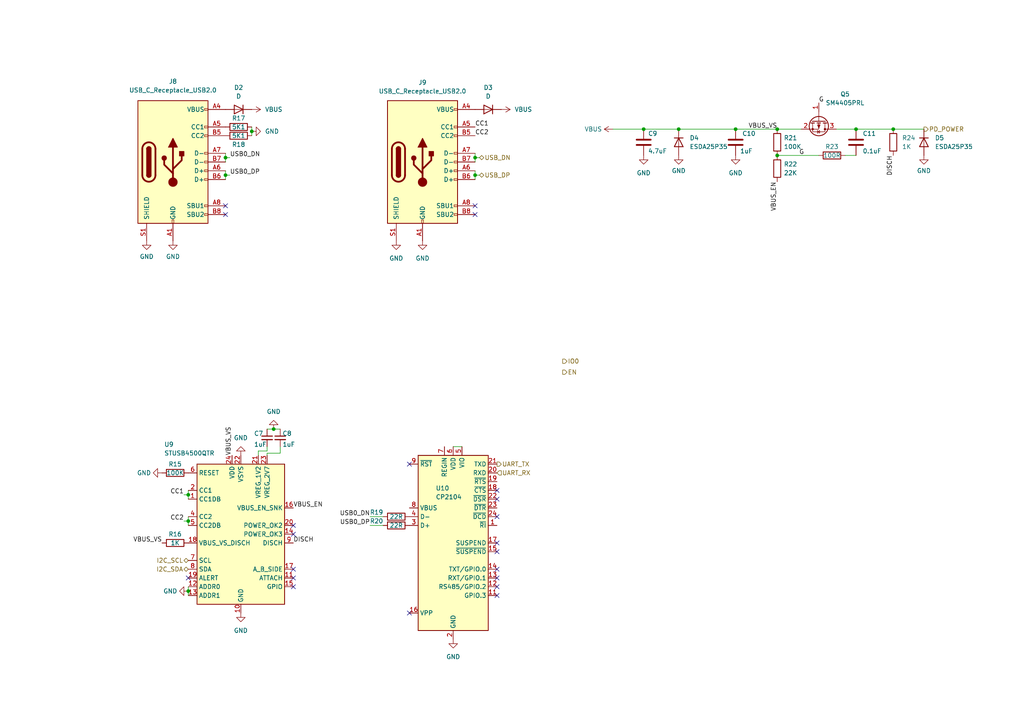
<source format=kicad_sch>
(kicad_sch (version 20211123) (generator eeschema)

  (uuid c45467c3-5736-4773-9135-23513943a18b)

  (paper "A4")

  (lib_symbols
    (symbol "Connector:USB_C_Receptacle_USB2.0" (pin_names (offset 1.016)) (in_bom yes) (on_board yes)
      (property "Reference" "J" (id 0) (at -10.16 19.05 0)
        (effects (font (size 1.27 1.27)) (justify left))
      )
      (property "Value" "USB_C_Receptacle_USB2.0" (id 1) (at 19.05 19.05 0)
        (effects (font (size 1.27 1.27)) (justify right))
      )
      (property "Footprint" "" (id 2) (at 3.81 0 0)
        (effects (font (size 1.27 1.27)) hide)
      )
      (property "Datasheet" "https://www.usb.org/sites/default/files/documents/usb_type-c.zip" (id 3) (at 3.81 0 0)
        (effects (font (size 1.27 1.27)) hide)
      )
      (property "ki_keywords" "usb universal serial bus type-C USB2.0" (id 4) (at 0 0 0)
        (effects (font (size 1.27 1.27)) hide)
      )
      (property "ki_description" "USB 2.0-only Type-C Receptacle connector" (id 5) (at 0 0 0)
        (effects (font (size 1.27 1.27)) hide)
      )
      (property "ki_fp_filters" "USB*C*Receptacle*" (id 6) (at 0 0 0)
        (effects (font (size 1.27 1.27)) hide)
      )
      (symbol "USB_C_Receptacle_USB2.0_0_0"
        (rectangle (start -0.254 -17.78) (end 0.254 -16.764)
          (stroke (width 0) (type default) (color 0 0 0 0))
          (fill (type none))
        )
        (rectangle (start 10.16 -14.986) (end 9.144 -15.494)
          (stroke (width 0) (type default) (color 0 0 0 0))
          (fill (type none))
        )
        (rectangle (start 10.16 -12.446) (end 9.144 -12.954)
          (stroke (width 0) (type default) (color 0 0 0 0))
          (fill (type none))
        )
        (rectangle (start 10.16 -4.826) (end 9.144 -5.334)
          (stroke (width 0) (type default) (color 0 0 0 0))
          (fill (type none))
        )
        (rectangle (start 10.16 -2.286) (end 9.144 -2.794)
          (stroke (width 0) (type default) (color 0 0 0 0))
          (fill (type none))
        )
        (rectangle (start 10.16 0.254) (end 9.144 -0.254)
          (stroke (width 0) (type default) (color 0 0 0 0))
          (fill (type none))
        )
        (rectangle (start 10.16 2.794) (end 9.144 2.286)
          (stroke (width 0) (type default) (color 0 0 0 0))
          (fill (type none))
        )
        (rectangle (start 10.16 7.874) (end 9.144 7.366)
          (stroke (width 0) (type default) (color 0 0 0 0))
          (fill (type none))
        )
        (rectangle (start 10.16 10.414) (end 9.144 9.906)
          (stroke (width 0) (type default) (color 0 0 0 0))
          (fill (type none))
        )
        (rectangle (start 10.16 15.494) (end 9.144 14.986)
          (stroke (width 0) (type default) (color 0 0 0 0))
          (fill (type none))
        )
      )
      (symbol "USB_C_Receptacle_USB2.0_0_1"
        (rectangle (start -10.16 17.78) (end 10.16 -17.78)
          (stroke (width 0.254) (type default) (color 0 0 0 0))
          (fill (type background))
        )
        (arc (start -8.89 -3.81) (mid -6.985 -5.715) (end -5.08 -3.81)
          (stroke (width 0.508) (type default) (color 0 0 0 0))
          (fill (type none))
        )
        (arc (start -7.62 -3.81) (mid -6.985 -4.445) (end -6.35 -3.81)
          (stroke (width 0.254) (type default) (color 0 0 0 0))
          (fill (type none))
        )
        (arc (start -7.62 -3.81) (mid -6.985 -4.445) (end -6.35 -3.81)
          (stroke (width 0.254) (type default) (color 0 0 0 0))
          (fill (type outline))
        )
        (rectangle (start -7.62 -3.81) (end -6.35 3.81)
          (stroke (width 0.254) (type default) (color 0 0 0 0))
          (fill (type outline))
        )
        (arc (start -6.35 3.81) (mid -6.985 4.445) (end -7.62 3.81)
          (stroke (width 0.254) (type default) (color 0 0 0 0))
          (fill (type none))
        )
        (arc (start -6.35 3.81) (mid -6.985 4.445) (end -7.62 3.81)
          (stroke (width 0.254) (type default) (color 0 0 0 0))
          (fill (type outline))
        )
        (arc (start -5.08 3.81) (mid -6.985 5.715) (end -8.89 3.81)
          (stroke (width 0.508) (type default) (color 0 0 0 0))
          (fill (type none))
        )
        (circle (center -2.54 1.143) (radius 0.635)
          (stroke (width 0.254) (type default) (color 0 0 0 0))
          (fill (type outline))
        )
        (circle (center 0 -5.842) (radius 1.27)
          (stroke (width 0) (type default) (color 0 0 0 0))
          (fill (type outline))
        )
        (polyline
          (pts
            (xy -8.89 -3.81)
            (xy -8.89 3.81)
          )
          (stroke (width 0.508) (type default) (color 0 0 0 0))
          (fill (type none))
        )
        (polyline
          (pts
            (xy -5.08 3.81)
            (xy -5.08 -3.81)
          )
          (stroke (width 0.508) (type default) (color 0 0 0 0))
          (fill (type none))
        )
        (polyline
          (pts
            (xy 0 -5.842)
            (xy 0 4.318)
          )
          (stroke (width 0.508) (type default) (color 0 0 0 0))
          (fill (type none))
        )
        (polyline
          (pts
            (xy 0 -3.302)
            (xy -2.54 -0.762)
            (xy -2.54 0.508)
          )
          (stroke (width 0.508) (type default) (color 0 0 0 0))
          (fill (type none))
        )
        (polyline
          (pts
            (xy 0 -2.032)
            (xy 2.54 0.508)
            (xy 2.54 1.778)
          )
          (stroke (width 0.508) (type default) (color 0 0 0 0))
          (fill (type none))
        )
        (polyline
          (pts
            (xy -1.27 4.318)
            (xy 0 6.858)
            (xy 1.27 4.318)
            (xy -1.27 4.318)
          )
          (stroke (width 0.254) (type default) (color 0 0 0 0))
          (fill (type outline))
        )
        (rectangle (start 1.905 1.778) (end 3.175 3.048)
          (stroke (width 0.254) (type default) (color 0 0 0 0))
          (fill (type outline))
        )
      )
      (symbol "USB_C_Receptacle_USB2.0_1_1"
        (pin passive line (at 0 -22.86 90) (length 5.08)
          (name "GND" (effects (font (size 1.27 1.27))))
          (number "A1" (effects (font (size 1.27 1.27))))
        )
        (pin passive line (at 0 -22.86 90) (length 5.08) hide
          (name "GND" (effects (font (size 1.27 1.27))))
          (number "A12" (effects (font (size 1.27 1.27))))
        )
        (pin passive line (at 15.24 15.24 180) (length 5.08)
          (name "VBUS" (effects (font (size 1.27 1.27))))
          (number "A4" (effects (font (size 1.27 1.27))))
        )
        (pin bidirectional line (at 15.24 10.16 180) (length 5.08)
          (name "CC1" (effects (font (size 1.27 1.27))))
          (number "A5" (effects (font (size 1.27 1.27))))
        )
        (pin bidirectional line (at 15.24 -2.54 180) (length 5.08)
          (name "D+" (effects (font (size 1.27 1.27))))
          (number "A6" (effects (font (size 1.27 1.27))))
        )
        (pin bidirectional line (at 15.24 2.54 180) (length 5.08)
          (name "D-" (effects (font (size 1.27 1.27))))
          (number "A7" (effects (font (size 1.27 1.27))))
        )
        (pin bidirectional line (at 15.24 -12.7 180) (length 5.08)
          (name "SBU1" (effects (font (size 1.27 1.27))))
          (number "A8" (effects (font (size 1.27 1.27))))
        )
        (pin passive line (at 15.24 15.24 180) (length 5.08) hide
          (name "VBUS" (effects (font (size 1.27 1.27))))
          (number "A9" (effects (font (size 1.27 1.27))))
        )
        (pin passive line (at 0 -22.86 90) (length 5.08) hide
          (name "GND" (effects (font (size 1.27 1.27))))
          (number "B1" (effects (font (size 1.27 1.27))))
        )
        (pin passive line (at 0 -22.86 90) (length 5.08) hide
          (name "GND" (effects (font (size 1.27 1.27))))
          (number "B12" (effects (font (size 1.27 1.27))))
        )
        (pin passive line (at 15.24 15.24 180) (length 5.08) hide
          (name "VBUS" (effects (font (size 1.27 1.27))))
          (number "B4" (effects (font (size 1.27 1.27))))
        )
        (pin bidirectional line (at 15.24 7.62 180) (length 5.08)
          (name "CC2" (effects (font (size 1.27 1.27))))
          (number "B5" (effects (font (size 1.27 1.27))))
        )
        (pin bidirectional line (at 15.24 -5.08 180) (length 5.08)
          (name "D+" (effects (font (size 1.27 1.27))))
          (number "B6" (effects (font (size 1.27 1.27))))
        )
        (pin bidirectional line (at 15.24 0 180) (length 5.08)
          (name "D-" (effects (font (size 1.27 1.27))))
          (number "B7" (effects (font (size 1.27 1.27))))
        )
        (pin bidirectional line (at 15.24 -15.24 180) (length 5.08)
          (name "SBU2" (effects (font (size 1.27 1.27))))
          (number "B8" (effects (font (size 1.27 1.27))))
        )
        (pin passive line (at 15.24 15.24 180) (length 5.08) hide
          (name "VBUS" (effects (font (size 1.27 1.27))))
          (number "B9" (effects (font (size 1.27 1.27))))
        )
        (pin passive line (at -7.62 -22.86 90) (length 5.08)
          (name "SHIELD" (effects (font (size 1.27 1.27))))
          (number "S1" (effects (font (size 1.27 1.27))))
        )
      )
    )
    (symbol "Device:C" (pin_numbers hide) (pin_names (offset 0.254)) (in_bom yes) (on_board yes)
      (property "Reference" "C" (id 0) (at 0.635 2.54 0)
        (effects (font (size 1.27 1.27)) (justify left))
      )
      (property "Value" "C" (id 1) (at 0.635 -2.54 0)
        (effects (font (size 1.27 1.27)) (justify left))
      )
      (property "Footprint" "" (id 2) (at 0.9652 -3.81 0)
        (effects (font (size 1.27 1.27)) hide)
      )
      (property "Datasheet" "~" (id 3) (at 0 0 0)
        (effects (font (size 1.27 1.27)) hide)
      )
      (property "ki_keywords" "cap capacitor" (id 4) (at 0 0 0)
        (effects (font (size 1.27 1.27)) hide)
      )
      (property "ki_description" "Unpolarized capacitor" (id 5) (at 0 0 0)
        (effects (font (size 1.27 1.27)) hide)
      )
      (property "ki_fp_filters" "C_*" (id 6) (at 0 0 0)
        (effects (font (size 1.27 1.27)) hide)
      )
      (symbol "C_0_1"
        (polyline
          (pts
            (xy -2.032 -0.762)
            (xy 2.032 -0.762)
          )
          (stroke (width 0.508) (type default) (color 0 0 0 0))
          (fill (type none))
        )
        (polyline
          (pts
            (xy -2.032 0.762)
            (xy 2.032 0.762)
          )
          (stroke (width 0.508) (type default) (color 0 0 0 0))
          (fill (type none))
        )
      )
      (symbol "C_1_1"
        (pin passive line (at 0 3.81 270) (length 2.794)
          (name "~" (effects (font (size 1.27 1.27))))
          (number "1" (effects (font (size 1.27 1.27))))
        )
        (pin passive line (at 0 -3.81 90) (length 2.794)
          (name "~" (effects (font (size 1.27 1.27))))
          (number "2" (effects (font (size 1.27 1.27))))
        )
      )
    )
    (symbol "Device:C_Small" (pin_numbers hide) (pin_names (offset 0.254) hide) (in_bom yes) (on_board yes)
      (property "Reference" "C" (id 0) (at 0.254 1.778 0)
        (effects (font (size 1.27 1.27)) (justify left))
      )
      (property "Value" "C_Small" (id 1) (at 0.254 -2.032 0)
        (effects (font (size 1.27 1.27)) (justify left))
      )
      (property "Footprint" "" (id 2) (at 0 0 0)
        (effects (font (size 1.27 1.27)) hide)
      )
      (property "Datasheet" "~" (id 3) (at 0 0 0)
        (effects (font (size 1.27 1.27)) hide)
      )
      (property "ki_keywords" "capacitor cap" (id 4) (at 0 0 0)
        (effects (font (size 1.27 1.27)) hide)
      )
      (property "ki_description" "Unpolarized capacitor, small symbol" (id 5) (at 0 0 0)
        (effects (font (size 1.27 1.27)) hide)
      )
      (property "ki_fp_filters" "C_*" (id 6) (at 0 0 0)
        (effects (font (size 1.27 1.27)) hide)
      )
      (symbol "C_Small_0_1"
        (polyline
          (pts
            (xy -1.524 -0.508)
            (xy 1.524 -0.508)
          )
          (stroke (width 0.3302) (type default) (color 0 0 0 0))
          (fill (type none))
        )
        (polyline
          (pts
            (xy -1.524 0.508)
            (xy 1.524 0.508)
          )
          (stroke (width 0.3048) (type default) (color 0 0 0 0))
          (fill (type none))
        )
      )
      (symbol "C_Small_1_1"
        (pin passive line (at 0 2.54 270) (length 2.032)
          (name "~" (effects (font (size 1.27 1.27))))
          (number "1" (effects (font (size 1.27 1.27))))
        )
        (pin passive line (at 0 -2.54 90) (length 2.032)
          (name "~" (effects (font (size 1.27 1.27))))
          (number "2" (effects (font (size 1.27 1.27))))
        )
      )
    )
    (symbol "Device:D" (pin_numbers hide) (pin_names (offset 1.016) hide) (in_bom yes) (on_board yes)
      (property "Reference" "D" (id 0) (at 0 2.54 0)
        (effects (font (size 1.27 1.27)))
      )
      (property "Value" "D" (id 1) (at 0 -2.54 0)
        (effects (font (size 1.27 1.27)))
      )
      (property "Footprint" "" (id 2) (at 0 0 0)
        (effects (font (size 1.27 1.27)) hide)
      )
      (property "Datasheet" "~" (id 3) (at 0 0 0)
        (effects (font (size 1.27 1.27)) hide)
      )
      (property "ki_keywords" "diode" (id 4) (at 0 0 0)
        (effects (font (size 1.27 1.27)) hide)
      )
      (property "ki_description" "Diode" (id 5) (at 0 0 0)
        (effects (font (size 1.27 1.27)) hide)
      )
      (property "ki_fp_filters" "TO-???* *_Diode_* *SingleDiode* D_*" (id 6) (at 0 0 0)
        (effects (font (size 1.27 1.27)) hide)
      )
      (symbol "D_0_1"
        (polyline
          (pts
            (xy -1.27 1.27)
            (xy -1.27 -1.27)
          )
          (stroke (width 0.254) (type default) (color 0 0 0 0))
          (fill (type none))
        )
        (polyline
          (pts
            (xy 1.27 0)
            (xy -1.27 0)
          )
          (stroke (width 0) (type default) (color 0 0 0 0))
          (fill (type none))
        )
        (polyline
          (pts
            (xy 1.27 1.27)
            (xy 1.27 -1.27)
            (xy -1.27 0)
            (xy 1.27 1.27)
          )
          (stroke (width 0.254) (type default) (color 0 0 0 0))
          (fill (type none))
        )
      )
      (symbol "D_1_1"
        (pin passive line (at -3.81 0 0) (length 2.54)
          (name "K" (effects (font (size 1.27 1.27))))
          (number "1" (effects (font (size 1.27 1.27))))
        )
        (pin passive line (at 3.81 0 180) (length 2.54)
          (name "A" (effects (font (size 1.27 1.27))))
          (number "2" (effects (font (size 1.27 1.27))))
        )
      )
    )
    (symbol "Device:R" (pin_numbers hide) (pin_names (offset 0)) (in_bom yes) (on_board yes)
      (property "Reference" "R" (id 0) (at 2.032 0 90)
        (effects (font (size 1.27 1.27)))
      )
      (property "Value" "R" (id 1) (at 0 0 90)
        (effects (font (size 1.27 1.27)))
      )
      (property "Footprint" "" (id 2) (at -1.778 0 90)
        (effects (font (size 1.27 1.27)) hide)
      )
      (property "Datasheet" "~" (id 3) (at 0 0 0)
        (effects (font (size 1.27 1.27)) hide)
      )
      (property "ki_keywords" "R res resistor" (id 4) (at 0 0 0)
        (effects (font (size 1.27 1.27)) hide)
      )
      (property "ki_description" "Resistor" (id 5) (at 0 0 0)
        (effects (font (size 1.27 1.27)) hide)
      )
      (property "ki_fp_filters" "R_*" (id 6) (at 0 0 0)
        (effects (font (size 1.27 1.27)) hide)
      )
      (symbol "R_0_1"
        (rectangle (start -1.016 -2.54) (end 1.016 2.54)
          (stroke (width 0.254) (type default) (color 0 0 0 0))
          (fill (type none))
        )
      )
      (symbol "R_1_1"
        (pin passive line (at 0 3.81 270) (length 1.27)
          (name "~" (effects (font (size 1.27 1.27))))
          (number "1" (effects (font (size 1.27 1.27))))
        )
        (pin passive line (at 0 -3.81 90) (length 1.27)
          (name "~" (effects (font (size 1.27 1.27))))
          (number "2" (effects (font (size 1.27 1.27))))
        )
      )
    )
    (symbol "Interface_USB:CP2104" (in_bom yes) (on_board yes)
      (property "Reference" "U" (id 0) (at -5.08 28.575 0)
        (effects (font (size 1.27 1.27)) (justify right))
      )
      (property "Value" "CP2104" (id 1) (at -5.08 26.67 0)
        (effects (font (size 1.27 1.27)) (justify right))
      )
      (property "Footprint" "Package_DFN_QFN:QFN-24-1EP_4x4mm_P0.5mm_EP2.6x2.6mm" (id 2) (at 29.21 -52.07 0)
        (effects (font (size 1.27 1.27)) (justify left) hide)
      )
      (property "Datasheet" "https://www.silabs.com/documents/public/data-sheets/cp2104.pdf" (id 3) (at 105.41 10.16 0)
        (effects (font (size 1.27 1.27)) hide)
      )
      (property "ki_keywords" "uart usb bridge interface transceiver" (id 4) (at 0 0 0)
        (effects (font (size 1.27 1.27)) hide)
      )
      (property "ki_description" "Single-Chip USB-to-UART Bridge, USB 2.0 Full-Speed, 2Mbps UART, QFN-24" (id 5) (at 0 0 0)
        (effects (font (size 1.27 1.27)) hide)
      )
      (property "ki_fp_filters" "QFN*4x4mm*P0.5mm*" (id 6) (at 0 0 0)
        (effects (font (size 1.27 1.27)) hide)
      )
      (symbol "CP2104_1_1"
        (rectangle (start -10.16 25.4) (end 10.16 -25.4)
          (stroke (width 0.254) (type default) (color 0 0 0 0))
          (fill (type background))
        )
        (pin input line (at 12.7 5.08 180) (length 2.54)
          (name "~{RI}" (effects (font (size 1.27 1.27))))
          (number "1" (effects (font (size 1.27 1.27))))
        )
        (pin no_connect line (at 10.16 -20.32 180) (length 2.54) hide
          (name "NC" (effects (font (size 1.27 1.27))))
          (number "10" (effects (font (size 1.27 1.27))))
        )
        (pin bidirectional line (at 12.7 -15.24 180) (length 2.54)
          (name "GPIO.3" (effects (font (size 1.27 1.27))))
          (number "11" (effects (font (size 1.27 1.27))))
        )
        (pin bidirectional line (at 12.7 -12.7 180) (length 2.54)
          (name "RS485/GPIO.2" (effects (font (size 1.27 1.27))))
          (number "12" (effects (font (size 1.27 1.27))))
        )
        (pin bidirectional line (at 12.7 -10.16 180) (length 2.54)
          (name "RXT/GPIO.1" (effects (font (size 1.27 1.27))))
          (number "13" (effects (font (size 1.27 1.27))))
        )
        (pin bidirectional line (at 12.7 -7.62 180) (length 2.54)
          (name "TXT/GPIO.0" (effects (font (size 1.27 1.27))))
          (number "14" (effects (font (size 1.27 1.27))))
        )
        (pin output line (at 12.7 -2.54 180) (length 2.54)
          (name "~{SUSPEND}" (effects (font (size 1.27 1.27))))
          (number "15" (effects (font (size 1.27 1.27))))
        )
        (pin passive line (at -12.7 -20.32 0) (length 2.54)
          (name "VPP" (effects (font (size 1.27 1.27))))
          (number "16" (effects (font (size 1.27 1.27))))
        )
        (pin output line (at 12.7 0 180) (length 2.54)
          (name "SUSPEND" (effects (font (size 1.27 1.27))))
          (number "17" (effects (font (size 1.27 1.27))))
        )
        (pin input line (at 12.7 15.24 180) (length 2.54)
          (name "~{CTS}" (effects (font (size 1.27 1.27))))
          (number "18" (effects (font (size 1.27 1.27))))
        )
        (pin output line (at 12.7 17.78 180) (length 2.54)
          (name "~{RTS}" (effects (font (size 1.27 1.27))))
          (number "19" (effects (font (size 1.27 1.27))))
        )
        (pin power_in line (at 0 -27.94 90) (length 2.54)
          (name "GND" (effects (font (size 1.27 1.27))))
          (number "2" (effects (font (size 1.27 1.27))))
        )
        (pin input line (at 12.7 20.32 180) (length 2.54)
          (name "RXD" (effects (font (size 1.27 1.27))))
          (number "20" (effects (font (size 1.27 1.27))))
        )
        (pin output line (at 12.7 22.86 180) (length 2.54)
          (name "TXD" (effects (font (size 1.27 1.27))))
          (number "21" (effects (font (size 1.27 1.27))))
        )
        (pin input line (at 12.7 12.7 180) (length 2.54)
          (name "~{DSR}" (effects (font (size 1.27 1.27))))
          (number "22" (effects (font (size 1.27 1.27))))
        )
        (pin output line (at 12.7 10.16 180) (length 2.54)
          (name "~{DTR}" (effects (font (size 1.27 1.27))))
          (number "23" (effects (font (size 1.27 1.27))))
        )
        (pin input line (at 12.7 7.62 180) (length 2.54)
          (name "~{DCD}" (effects (font (size 1.27 1.27))))
          (number "24" (effects (font (size 1.27 1.27))))
        )
        (pin passive line (at 0 -27.94 90) (length 2.54) hide
          (name "GND" (effects (font (size 1.27 1.27))))
          (number "25" (effects (font (size 1.27 1.27))))
        )
        (pin bidirectional line (at -12.7 5.08 0) (length 2.54)
          (name "D+" (effects (font (size 1.27 1.27))))
          (number "3" (effects (font (size 1.27 1.27))))
        )
        (pin bidirectional line (at -12.7 7.62 0) (length 2.54)
          (name "D-" (effects (font (size 1.27 1.27))))
          (number "4" (effects (font (size 1.27 1.27))))
        )
        (pin power_in line (at 2.54 27.94 270) (length 2.54)
          (name "VIO" (effects (font (size 1.27 1.27))))
          (number "5" (effects (font (size 1.27 1.27))))
        )
        (pin power_in line (at 0 27.94 270) (length 2.54)
          (name "VDD" (effects (font (size 1.27 1.27))))
          (number "6" (effects (font (size 1.27 1.27))))
        )
        (pin power_in line (at -2.54 27.94 270) (length 2.54)
          (name "REGIN" (effects (font (size 1.27 1.27))))
          (number "7" (effects (font (size 1.27 1.27))))
        )
        (pin input line (at -12.7 10.16 0) (length 2.54)
          (name "VBUS" (effects (font (size 1.27 1.27))))
          (number "8" (effects (font (size 1.27 1.27))))
        )
        (pin bidirectional line (at -12.7 22.86 0) (length 2.54)
          (name "~{RST}" (effects (font (size 1.27 1.27))))
          (number "9" (effects (font (size 1.27 1.27))))
        )
      )
    )
    (symbol "Interface_USB:STUSB4500QTR" (in_bom yes) (on_board yes)
      (property "Reference" "U" (id 0) (at -12.7 21.59 0)
        (effects (font (size 1.27 1.27)))
      )
      (property "Value" "STUSB4500QTR" (id 1) (at 8.89 -21.59 0)
        (effects (font (size 1.27 1.27)))
      )
      (property "Footprint" "Package_DFN_QFN:QFN-24-1EP_4x4mm_P0.5mm_EP2.7x2.7mm" (id 2) (at 0 0 0)
        (effects (font (size 1.27 1.27)) hide)
      )
      (property "Datasheet" "https://www.st.com/resource/en/datasheet/stusb4500.pdf" (id 3) (at 0 0 0)
        (effects (font (size 1.27 1.27)) hide)
      )
      (property "ki_keywords" "USB PD Type C Sink" (id 4) (at 0 0 0)
        (effects (font (size 1.27 1.27)) hide)
      )
      (property "ki_description" "Stand-alone USB PD controller (with sink Auto-run mode), QFN-24" (id 5) (at 0 0 0)
        (effects (font (size 1.27 1.27)) hide)
      )
      (property "ki_fp_filters" "QFN*4x4mm*P0.5mm*" (id 6) (at 0 0 0)
        (effects (font (size 1.27 1.27)) hide)
      )
      (symbol "STUSB4500QTR_0_1"
        (rectangle (start -12.7 20.32) (end 12.7 -20.32)
          (stroke (width 0.254) (type default) (color 0 0 0 0))
          (fill (type background))
        )
      )
      (symbol "STUSB4500QTR_1_1"
        (pin bidirectional line (at -15.24 10.16 0) (length 2.54)
          (name "CC1DB" (effects (font (size 1.27 1.27))))
          (number "1" (effects (font (size 1.27 1.27))))
        )
        (pin power_in line (at 0 -22.86 90) (length 2.54)
          (name "GND" (effects (font (size 1.27 1.27))))
          (number "10" (effects (font (size 1.27 1.27))))
        )
        (pin open_collector line (at 15.24 -12.7 180) (length 2.54)
          (name "ATTACH" (effects (font (size 1.27 1.27))))
          (number "11" (effects (font (size 1.27 1.27))))
        )
        (pin input line (at -15.24 -15.24 0) (length 2.54)
          (name "ADDR0" (effects (font (size 1.27 1.27))))
          (number "12" (effects (font (size 1.27 1.27))))
        )
        (pin input line (at -15.24 -17.78 0) (length 2.54)
          (name "ADDR1" (effects (font (size 1.27 1.27))))
          (number "13" (effects (font (size 1.27 1.27))))
        )
        (pin open_collector line (at 15.24 0 180) (length 2.54)
          (name "POWER_OK3" (effects (font (size 1.27 1.27))))
          (number "14" (effects (font (size 1.27 1.27))))
        )
        (pin open_collector line (at 15.24 -15.24 180) (length 2.54)
          (name "GPIO" (effects (font (size 1.27 1.27))))
          (number "15" (effects (font (size 1.27 1.27))))
        )
        (pin open_collector line (at 15.24 7.62 180) (length 2.54)
          (name "VBUS_EN_SNK" (effects (font (size 1.27 1.27))))
          (number "16" (effects (font (size 1.27 1.27))))
        )
        (pin open_collector line (at 15.24 -10.16 180) (length 2.54)
          (name "A_B_SIDE" (effects (font (size 1.27 1.27))))
          (number "17" (effects (font (size 1.27 1.27))))
        )
        (pin input line (at -15.24 -2.54 0) (length 2.54)
          (name "VBUS_VS_DISCH" (effects (font (size 1.27 1.27))))
          (number "18" (effects (font (size 1.27 1.27))))
        )
        (pin open_collector line (at -15.24 -12.7 0) (length 2.54)
          (name "ALERT" (effects (font (size 1.27 1.27))))
          (number "19" (effects (font (size 1.27 1.27))))
        )
        (pin bidirectional line (at -15.24 12.7 0) (length 2.54)
          (name "CC1" (effects (font (size 1.27 1.27))))
          (number "2" (effects (font (size 1.27 1.27))))
        )
        (pin open_collector line (at 15.24 2.54 180) (length 2.54)
          (name "POWER_OK2" (effects (font (size 1.27 1.27))))
          (number "20" (effects (font (size 1.27 1.27))))
        )
        (pin power_out line (at 5.08 22.86 270) (length 2.54)
          (name "VREG_1V2" (effects (font (size 1.27 1.27))))
          (number "21" (effects (font (size 1.27 1.27))))
        )
        (pin power_in line (at 0 22.86 270) (length 2.54)
          (name "VSYS" (effects (font (size 1.27 1.27))))
          (number "22" (effects (font (size 1.27 1.27))))
        )
        (pin power_out line (at 7.62 22.86 270) (length 2.54)
          (name "VREG_2V7" (effects (font (size 1.27 1.27))))
          (number "23" (effects (font (size 1.27 1.27))))
        )
        (pin power_in line (at -2.54 22.86 270) (length 2.54)
          (name "VDD" (effects (font (size 1.27 1.27))))
          (number "24" (effects (font (size 1.27 1.27))))
        )
        (pin passive line (at 0 -22.86 90) (length 2.54) hide
          (name "GND" (effects (font (size 1.27 1.27))))
          (number "25" (effects (font (size 1.27 1.27))))
        )
        (pin no_connect line (at -12.7 15.24 0) (length 2.54) hide
          (name "NC" (effects (font (size 1.27 1.27))))
          (number "3" (effects (font (size 1.27 1.27))))
        )
        (pin bidirectional line (at -15.24 5.08 0) (length 2.54)
          (name "CC2" (effects (font (size 1.27 1.27))))
          (number "4" (effects (font (size 1.27 1.27))))
        )
        (pin bidirectional line (at -15.24 2.54 0) (length 2.54)
          (name "CC2DB" (effects (font (size 1.27 1.27))))
          (number "5" (effects (font (size 1.27 1.27))))
        )
        (pin input line (at -15.24 17.78 0) (length 2.54)
          (name "RESET" (effects (font (size 1.27 1.27))))
          (number "6" (effects (font (size 1.27 1.27))))
        )
        (pin input line (at -15.24 -7.62 0) (length 2.54)
          (name "SCL" (effects (font (size 1.27 1.27))))
          (number "7" (effects (font (size 1.27 1.27))))
        )
        (pin bidirectional line (at -15.24 -10.16 0) (length 2.54)
          (name "SDA" (effects (font (size 1.27 1.27))))
          (number "8" (effects (font (size 1.27 1.27))))
        )
        (pin bidirectional line (at 15.24 -2.54 180) (length 2.54)
          (name "DISCH" (effects (font (size 1.27 1.27))))
          (number "9" (effects (font (size 1.27 1.27))))
        )
      )
    )
    (symbol "Transistor_FET:AO3401A" (pin_names hide) (in_bom yes) (on_board yes)
      (property "Reference" "Q" (id 0) (at 5.08 1.905 0)
        (effects (font (size 1.27 1.27)) (justify left))
      )
      (property "Value" "AO3401A" (id 1) (at 5.08 0 0)
        (effects (font (size 1.27 1.27)) (justify left))
      )
      (property "Footprint" "Package_TO_SOT_SMD:SOT-23" (id 2) (at 5.08 -1.905 0)
        (effects (font (size 1.27 1.27) italic) (justify left) hide)
      )
      (property "Datasheet" "http://www.aosmd.com/pdfs/datasheet/AO3401A.pdf" (id 3) (at 0 0 0)
        (effects (font (size 1.27 1.27)) (justify left) hide)
      )
      (property "ki_keywords" "P-Channel MOSFET" (id 4) (at 0 0 0)
        (effects (font (size 1.27 1.27)) hide)
      )
      (property "ki_description" "-4.0A Id, -30V Vds, P-Channel MOSFET, SOT-23" (id 5) (at 0 0 0)
        (effects (font (size 1.27 1.27)) hide)
      )
      (property "ki_fp_filters" "SOT?23*" (id 6) (at 0 0 0)
        (effects (font (size 1.27 1.27)) hide)
      )
      (symbol "AO3401A_0_1"
        (polyline
          (pts
            (xy 0.254 0)
            (xy -2.54 0)
          )
          (stroke (width 0) (type default) (color 0 0 0 0))
          (fill (type none))
        )
        (polyline
          (pts
            (xy 0.254 1.905)
            (xy 0.254 -1.905)
          )
          (stroke (width 0.254) (type default) (color 0 0 0 0))
          (fill (type none))
        )
        (polyline
          (pts
            (xy 0.762 -1.27)
            (xy 0.762 -2.286)
          )
          (stroke (width 0.254) (type default) (color 0 0 0 0))
          (fill (type none))
        )
        (polyline
          (pts
            (xy 0.762 0.508)
            (xy 0.762 -0.508)
          )
          (stroke (width 0.254) (type default) (color 0 0 0 0))
          (fill (type none))
        )
        (polyline
          (pts
            (xy 0.762 2.286)
            (xy 0.762 1.27)
          )
          (stroke (width 0.254) (type default) (color 0 0 0 0))
          (fill (type none))
        )
        (polyline
          (pts
            (xy 2.54 2.54)
            (xy 2.54 1.778)
          )
          (stroke (width 0) (type default) (color 0 0 0 0))
          (fill (type none))
        )
        (polyline
          (pts
            (xy 2.54 -2.54)
            (xy 2.54 0)
            (xy 0.762 0)
          )
          (stroke (width 0) (type default) (color 0 0 0 0))
          (fill (type none))
        )
        (polyline
          (pts
            (xy 0.762 1.778)
            (xy 3.302 1.778)
            (xy 3.302 -1.778)
            (xy 0.762 -1.778)
          )
          (stroke (width 0) (type default) (color 0 0 0 0))
          (fill (type none))
        )
        (polyline
          (pts
            (xy 2.286 0)
            (xy 1.27 0.381)
            (xy 1.27 -0.381)
            (xy 2.286 0)
          )
          (stroke (width 0) (type default) (color 0 0 0 0))
          (fill (type outline))
        )
        (polyline
          (pts
            (xy 2.794 -0.508)
            (xy 2.921 -0.381)
            (xy 3.683 -0.381)
            (xy 3.81 -0.254)
          )
          (stroke (width 0) (type default) (color 0 0 0 0))
          (fill (type none))
        )
        (polyline
          (pts
            (xy 3.302 -0.381)
            (xy 2.921 0.254)
            (xy 3.683 0.254)
            (xy 3.302 -0.381)
          )
          (stroke (width 0) (type default) (color 0 0 0 0))
          (fill (type none))
        )
        (circle (center 1.651 0) (radius 2.794)
          (stroke (width 0.254) (type default) (color 0 0 0 0))
          (fill (type none))
        )
        (circle (center 2.54 -1.778) (radius 0.254)
          (stroke (width 0) (type default) (color 0 0 0 0))
          (fill (type outline))
        )
        (circle (center 2.54 1.778) (radius 0.254)
          (stroke (width 0) (type default) (color 0 0 0 0))
          (fill (type outline))
        )
      )
      (symbol "AO3401A_1_1"
        (pin input line (at -5.08 0 0) (length 2.54)
          (name "G" (effects (font (size 1.27 1.27))))
          (number "1" (effects (font (size 1.27 1.27))))
        )
        (pin passive line (at 2.54 -5.08 90) (length 2.54)
          (name "S" (effects (font (size 1.27 1.27))))
          (number "2" (effects (font (size 1.27 1.27))))
        )
        (pin passive line (at 2.54 5.08 270) (length 2.54)
          (name "D" (effects (font (size 1.27 1.27))))
          (number "3" (effects (font (size 1.27 1.27))))
        )
      )
    )
    (symbol "power:GND" (power) (pin_names (offset 0)) (in_bom yes) (on_board yes)
      (property "Reference" "#PWR" (id 0) (at 0 -6.35 0)
        (effects (font (size 1.27 1.27)) hide)
      )
      (property "Value" "GND" (id 1) (at 0 -3.81 0)
        (effects (font (size 1.27 1.27)))
      )
      (property "Footprint" "" (id 2) (at 0 0 0)
        (effects (font (size 1.27 1.27)) hide)
      )
      (property "Datasheet" "" (id 3) (at 0 0 0)
        (effects (font (size 1.27 1.27)) hide)
      )
      (property "ki_keywords" "power-flag" (id 4) (at 0 0 0)
        (effects (font (size 1.27 1.27)) hide)
      )
      (property "ki_description" "Power symbol creates a global label with name \"GND\" , ground" (id 5) (at 0 0 0)
        (effects (font (size 1.27 1.27)) hide)
      )
      (symbol "GND_0_1"
        (polyline
          (pts
            (xy 0 0)
            (xy 0 -1.27)
            (xy 1.27 -1.27)
            (xy 0 -2.54)
            (xy -1.27 -1.27)
            (xy 0 -1.27)
          )
          (stroke (width 0) (type default) (color 0 0 0 0))
          (fill (type none))
        )
      )
      (symbol "GND_1_1"
        (pin power_in line (at 0 0 270) (length 0) hide
          (name "GND" (effects (font (size 1.27 1.27))))
          (number "1" (effects (font (size 1.27 1.27))))
        )
      )
    )
    (symbol "power:VBUS" (power) (pin_names (offset 0)) (in_bom yes) (on_board yes)
      (property "Reference" "#PWR" (id 0) (at 0 -3.81 0)
        (effects (font (size 1.27 1.27)) hide)
      )
      (property "Value" "VBUS" (id 1) (at 0 3.81 0)
        (effects (font (size 1.27 1.27)))
      )
      (property "Footprint" "" (id 2) (at 0 0 0)
        (effects (font (size 1.27 1.27)) hide)
      )
      (property "Datasheet" "" (id 3) (at 0 0 0)
        (effects (font (size 1.27 1.27)) hide)
      )
      (property "ki_keywords" "power-flag" (id 4) (at 0 0 0)
        (effects (font (size 1.27 1.27)) hide)
      )
      (property "ki_description" "Power symbol creates a global label with name \"VBUS\"" (id 5) (at 0 0 0)
        (effects (font (size 1.27 1.27)) hide)
      )
      (symbol "VBUS_0_1"
        (polyline
          (pts
            (xy -0.762 1.27)
            (xy 0 2.54)
          )
          (stroke (width 0) (type default) (color 0 0 0 0))
          (fill (type none))
        )
        (polyline
          (pts
            (xy 0 0)
            (xy 0 2.54)
          )
          (stroke (width 0) (type default) (color 0 0 0 0))
          (fill (type none))
        )
        (polyline
          (pts
            (xy 0 2.54)
            (xy 0.762 1.27)
          )
          (stroke (width 0) (type default) (color 0 0 0 0))
          (fill (type none))
        )
      )
      (symbol "VBUS_1_1"
        (pin power_in line (at 0 0 90) (length 0) hide
          (name "VBUS" (effects (font (size 1.27 1.27))))
          (number "1" (effects (font (size 1.27 1.27))))
        )
      )
    )
  )

  (junction (at 248.285 37.465) (diameter 0) (color 0 0 0 0)
    (uuid 059398f9-4d9f-48c4-b5b7-519342a25dda)
  )
  (junction (at 73.025 38.1) (diameter 0) (color 0 0 0 0)
    (uuid 1f924625-be92-4237-af75-82e3cb2874b9)
  )
  (junction (at 54.61 151.13) (diameter 0) (color 0 0 0 0)
    (uuid 3163e4ba-cea7-4846-b183-0b4cfe3f021d)
  )
  (junction (at 79.375 124.46) (diameter 0) (color 0 0 0 0)
    (uuid 4e9a7575-8eea-4230-80bc-5af7ad260317)
  )
  (junction (at 54.61 143.51) (diameter 0) (color 0 0 0 0)
    (uuid 68e6c2b3-d333-4aad-a5ac-93bd16c2cd54)
  )
  (junction (at 54.61 171.45) (diameter 0) (color 0 0 0 0)
    (uuid 85174922-f8b7-49d2-aa03-668f74cc4638)
  )
  (junction (at 213.36 37.465) (diameter 0) (color 0 0 0 0)
    (uuid 894c7411-f96f-4289-aa30-dc4906d3a63f)
  )
  (junction (at 225.425 37.465) (diameter 0) (color 0 0 0 0)
    (uuid 8956729f-2165-45a2-afd6-d60b531d7be3)
  )
  (junction (at 225.425 45.085) (diameter 0) (color 0 0 0 0)
    (uuid 940f0af5-844a-4edd-8577-d58dc5c4857c)
  )
  (junction (at 65.405 45.72) (diameter 0) (color 0 0 0 0)
    (uuid a34de6c1-8859-4298-948a-a80e9d2e69f7)
  )
  (junction (at 137.795 45.72) (diameter 0) (color 0 0 0 0)
    (uuid b0824173-7df9-47dd-a1d7-59a2687b9191)
  )
  (junction (at 196.85 37.465) (diameter 0) (color 0 0 0 0)
    (uuid b270e662-ebfa-4616-a824-2e50aadb5256)
  )
  (junction (at 186.69 37.465) (diameter 0) (color 0 0 0 0)
    (uuid b6411b89-cc24-4c14-8deb-a166f0e168db)
  )
  (junction (at 137.795 50.8) (diameter 0) (color 0 0 0 0)
    (uuid d085d087-5d8b-40f2-978c-2e4fea833c73)
  )
  (junction (at 259.08 37.465) (diameter 0) (color 0 0 0 0)
    (uuid d2b70870-245e-40ff-819f-a8051dd53d82)
  )
  (junction (at 65.405 50.8) (diameter 0) (color 0 0 0 0)
    (uuid edffb159-461c-4ef4-b265-c863eac5ffa2)
  )

  (no_connect (at 54.61 167.64) (uuid 017801f5-231c-4017-8069-b841c8e1dffe))
  (no_connect (at 144.145 170.18) (uuid 07a43b4f-02d7-4e21-9c18-7d732cf2c7ec))
  (no_connect (at 144.145 172.72) (uuid 07a43b4f-02d7-4e21-9c18-7d732cf2c7ed))
  (no_connect (at 144.145 167.64) (uuid 07a43b4f-02d7-4e21-9c18-7d732cf2c7ee))
  (no_connect (at 144.145 165.1) (uuid 07a43b4f-02d7-4e21-9c18-7d732cf2c7ef))
  (no_connect (at 118.745 134.62) (uuid 07a43b4f-02d7-4e21-9c18-7d732cf2c7f0))
  (no_connect (at 144.145 149.86) (uuid 07a43b4f-02d7-4e21-9c18-7d732cf2c7f1))
  (no_connect (at 144.145 142.24) (uuid 07a43b4f-02d7-4e21-9c18-7d732cf2c7f2))
  (no_connect (at 144.145 144.78) (uuid 07a43b4f-02d7-4e21-9c18-7d732cf2c7f3))
  (no_connect (at 144.145 157.48) (uuid 07a43b4f-02d7-4e21-9c18-7d732cf2c7f4))
  (no_connect (at 144.145 160.02) (uuid 07a43b4f-02d7-4e21-9c18-7d732cf2c7f5))
  (no_connect (at 118.745 177.8) (uuid 07a43b4f-02d7-4e21-9c18-7d732cf2c7f6))
  (no_connect (at 85.09 152.4) (uuid 607f44bb-967c-4517-b66f-9c03473ed500))
  (no_connect (at 85.09 154.94) (uuid 607f44bb-967c-4517-b66f-9c03473ed501))
  (no_connect (at 65.405 59.69) (uuid 7cf8bcba-dd8b-4bdb-bcf3-4de0d4c78f55))
  (no_connect (at 137.795 59.69) (uuid a747fe8b-e36d-478b-bd9e-fe29cb115c8c))
  (no_connect (at 85.09 170.18) (uuid b2ff70b3-6b2f-40e6-9ff5-c68943ee61b2))
  (no_connect (at 85.09 165.1) (uuid b2ff70b3-6b2f-40e6-9ff5-c68943ee61b3))
  (no_connect (at 85.09 167.64) (uuid b2ff70b3-6b2f-40e6-9ff5-c68943ee61b4))
  (no_connect (at 137.795 62.23) (uuid bd4e6c83-4f7c-4e82-b689-4c91d510904f))
  (no_connect (at 65.405 62.23) (uuid d218d31a-0924-41a5-ae70-918000ce323c))

  (wire (pts (xy 54.61 143.51) (xy 54.61 144.78))
    (stroke (width 0) (type default) (color 0 0 0 0))
    (uuid 017cbf76-1b7b-4ae0-82b6-6ac2ba46cc38)
  )
  (wire (pts (xy 259.08 37.465) (xy 267.97 37.465))
    (stroke (width 0) (type default) (color 0 0 0 0))
    (uuid 09f15f73-b87c-4b85-ac79-97bab8d0a512)
  )
  (wire (pts (xy 77.47 131.445) (xy 81.28 131.445))
    (stroke (width 0) (type default) (color 0 0 0 0))
    (uuid 1dda76dd-9e80-42fc-bc1e-a813c814f779)
  )
  (wire (pts (xy 74.93 130.81) (xy 77.47 130.81))
    (stroke (width 0) (type default) (color 0 0 0 0))
    (uuid 28190b29-6cd2-4bff-8465-edfda685105e)
  )
  (wire (pts (xy 53.34 151.13) (xy 54.61 151.13))
    (stroke (width 0) (type default) (color 0 0 0 0))
    (uuid 287d0ffe-7247-4895-a4ab-2a392c9cd874)
  )
  (wire (pts (xy 54.61 170.18) (xy 54.61 171.45))
    (stroke (width 0) (type default) (color 0 0 0 0))
    (uuid 3ad02fdb-65f8-4a97-bd36-f30aee0a11f7)
  )
  (wire (pts (xy 242.57 37.465) (xy 248.285 37.465))
    (stroke (width 0) (type default) (color 0 0 0 0))
    (uuid 3c47eb00-f79d-464f-873e-27cae9b45fa5)
  )
  (wire (pts (xy 137.795 45.72) (xy 139.065 45.72))
    (stroke (width 0) (type default) (color 0 0 0 0))
    (uuid 3d1b2c8a-c909-4822-b4a7-505e4db1cb50)
  )
  (wire (pts (xy 177.8 37.465) (xy 186.69 37.465))
    (stroke (width 0) (type default) (color 0 0 0 0))
    (uuid 4c548b27-f98a-4bda-9693-2b97f05d68c5)
  )
  (wire (pts (xy 81.28 131.445) (xy 81.28 129.54))
    (stroke (width 0) (type default) (color 0 0 0 0))
    (uuid 62894d40-b832-4db6-8049-c948a686d12c)
  )
  (wire (pts (xy 65.405 49.53) (xy 65.405 50.8))
    (stroke (width 0) (type default) (color 0 0 0 0))
    (uuid 6522e2ab-d74e-448b-b0bd-4b3a1ebd855b)
  )
  (wire (pts (xy 65.405 44.45) (xy 65.405 45.72))
    (stroke (width 0) (type default) (color 0 0 0 0))
    (uuid 65581330-8463-491b-9aa0-c0a440867e66)
  )
  (wire (pts (xy 137.795 45.72) (xy 137.795 46.99))
    (stroke (width 0) (type default) (color 0 0 0 0))
    (uuid 716aab16-1310-4d73-8a90-64f85a5317f9)
  )
  (wire (pts (xy 54.61 149.86) (xy 54.61 151.13))
    (stroke (width 0) (type default) (color 0 0 0 0))
    (uuid 762ae2f4-e54b-4cef-a8fb-139a40508070)
  )
  (wire (pts (xy 77.47 124.46) (xy 79.375 124.46))
    (stroke (width 0) (type default) (color 0 0 0 0))
    (uuid 79a5629c-a380-4696-8871-3d0cde98630b)
  )
  (wire (pts (xy 65.405 45.72) (xy 65.405 46.99))
    (stroke (width 0) (type default) (color 0 0 0 0))
    (uuid 7a648cc3-f5e8-4502-90cc-0494d84951e1)
  )
  (wire (pts (xy 53.34 143.51) (xy 54.61 143.51))
    (stroke (width 0) (type default) (color 0 0 0 0))
    (uuid 802fb34c-d278-431e-8d45-4c0cfb21dabb)
  )
  (wire (pts (xy 77.47 132.08) (xy 77.47 131.445))
    (stroke (width 0) (type default) (color 0 0 0 0))
    (uuid 883ee6d0-fdbb-4664-a6a4-b0a3be6a7eb5)
  )
  (wire (pts (xy 248.285 37.465) (xy 259.08 37.465))
    (stroke (width 0) (type default) (color 0 0 0 0))
    (uuid 96d18754-af59-41e7-ace6-8428318d62a8)
  )
  (wire (pts (xy 73.025 36.83) (xy 73.025 38.1))
    (stroke (width 0) (type default) (color 0 0 0 0))
    (uuid 97b52ab3-9186-4896-b545-a8c2a083247b)
  )
  (wire (pts (xy 196.85 37.465) (xy 213.36 37.465))
    (stroke (width 0) (type default) (color 0 0 0 0))
    (uuid 99f06f03-767d-4b17-9a04-30c0aa3e1b7f)
  )
  (wire (pts (xy 79.375 124.46) (xy 81.28 124.46))
    (stroke (width 0) (type default) (color 0 0 0 0))
    (uuid a22cf666-163c-4434-8d69-e45b6fe9c4e6)
  )
  (wire (pts (xy 137.795 50.8) (xy 139.065 50.8))
    (stroke (width 0) (type default) (color 0 0 0 0))
    (uuid a934dde9-0755-4db6-b0f6-eb4ff6ed4bee)
  )
  (wire (pts (xy 137.795 50.8) (xy 137.795 52.07))
    (stroke (width 0) (type default) (color 0 0 0 0))
    (uuid a95ee56b-ec4e-4788-af06-9a40f002246c)
  )
  (wire (pts (xy 186.69 37.465) (xy 196.85 37.465))
    (stroke (width 0) (type default) (color 0 0 0 0))
    (uuid aa8ed077-6b39-4236-96a8-7cbe77880b51)
  )
  (wire (pts (xy 65.405 45.72) (xy 66.675 45.72))
    (stroke (width 0) (type default) (color 0 0 0 0))
    (uuid acb870b4-1d5f-4d30-8447-be268244808d)
  )
  (wire (pts (xy 107.315 149.86) (xy 111.125 149.86))
    (stroke (width 0) (type default) (color 0 0 0 0))
    (uuid accf9783-1ad9-4f49-8bb5-c29f1fa73101)
  )
  (wire (pts (xy 225.425 37.465) (xy 232.41 37.465))
    (stroke (width 0) (type default) (color 0 0 0 0))
    (uuid ae431f89-a5f8-487d-ad55-104cf25d14d3)
  )
  (wire (pts (xy 54.61 171.45) (xy 54.61 172.72))
    (stroke (width 0) (type default) (color 0 0 0 0))
    (uuid b0c46d12-7332-42f1-86d7-fa8c54520c6b)
  )
  (wire (pts (xy 54.61 151.13) (xy 54.61 152.4))
    (stroke (width 0) (type default) (color 0 0 0 0))
    (uuid b2e2c38d-fb66-4e40-b2d2-1a15e740da6b)
  )
  (wire (pts (xy 137.795 44.45) (xy 137.795 45.72))
    (stroke (width 0) (type default) (color 0 0 0 0))
    (uuid bcfa5123-ac70-4f1c-b3a0-5ffcc6b8989c)
  )
  (wire (pts (xy 65.405 50.8) (xy 66.675 50.8))
    (stroke (width 0) (type default) (color 0 0 0 0))
    (uuid c3f1b52e-f49f-4a00-a31a-1e7c1a220e1a)
  )
  (wire (pts (xy 213.36 37.465) (xy 225.425 37.465))
    (stroke (width 0) (type default) (color 0 0 0 0))
    (uuid ce5c5937-feb6-49f9-ab55-bcbbdfe3c9ce)
  )
  (wire (pts (xy 74.93 132.08) (xy 74.93 130.81))
    (stroke (width 0) (type default) (color 0 0 0 0))
    (uuid cf246f71-e701-48d3-be60-3e9f20a78298)
  )
  (wire (pts (xy 225.425 45.085) (xy 237.49 45.085))
    (stroke (width 0) (type default) (color 0 0 0 0))
    (uuid d2531638-f948-46b1-81f7-0fd3b9a3d563)
  )
  (wire (pts (xy 245.11 45.085) (xy 248.285 45.085))
    (stroke (width 0) (type default) (color 0 0 0 0))
    (uuid da0c2d9b-111d-4a02-84f2-f61ee0ec39bc)
  )
  (wire (pts (xy 131.445 129.54) (xy 133.985 129.54))
    (stroke (width 0) (type default) (color 0 0 0 0))
    (uuid e380a439-6867-4991-b0f6-e9a39546f0f8)
  )
  (wire (pts (xy 73.025 38.1) (xy 73.025 39.37))
    (stroke (width 0) (type default) (color 0 0 0 0))
    (uuid e56faf8e-0e25-4c67-9f2f-060a7597c9e3)
  )
  (wire (pts (xy 54.61 142.24) (xy 54.61 143.51))
    (stroke (width 0) (type default) (color 0 0 0 0))
    (uuid e5ac15a5-9aab-4a5a-b172-426fdc47b556)
  )
  (wire (pts (xy 65.405 50.8) (xy 65.405 52.07))
    (stroke (width 0) (type default) (color 0 0 0 0))
    (uuid f0d3ac08-0256-4377-aec7-66b86bea01e7)
  )
  (wire (pts (xy 77.47 129.54) (xy 77.47 130.81))
    (stroke (width 0) (type default) (color 0 0 0 0))
    (uuid f67a9d7d-acda-4667-bb2d-99a1fbe9538a)
  )
  (wire (pts (xy 107.315 152.4) (xy 111.125 152.4))
    (stroke (width 0) (type default) (color 0 0 0 0))
    (uuid f9d133ce-b2c9-475f-bee7-209056b24605)
  )
  (wire (pts (xy 137.795 49.53) (xy 137.795 50.8))
    (stroke (width 0) (type default) (color 0 0 0 0))
    (uuid fde1eb41-5522-44c6-b5c6-d98db18d40b7)
  )

  (label "DISCH" (at 259.08 45.085 270)
    (effects (font (size 1.27 1.27)) (justify right bottom))
    (uuid 0b0a6446-866e-4c41-af2a-5cbfd95b5fa9)
  )
  (label "VBUS_VS" (at 67.31 132.08 90)
    (effects (font (size 1.27 1.27)) (justify left bottom))
    (uuid 254de125-a04a-409e-af7c-3109c57c0866)
  )
  (label "CC1" (at 137.795 36.83 0)
    (effects (font (size 1.27 1.27)) (justify left bottom))
    (uuid 2951ccc7-66a0-4e64-9578-1d4a2f95d3ac)
  )
  (label "USB0_DN" (at 107.315 149.86 180)
    (effects (font (size 1.27 1.27)) (justify right bottom))
    (uuid 4ac3bc01-18b0-4750-83b0-6281c1c72f0a)
  )
  (label "VBUS_VS" (at 225.425 37.465 180)
    (effects (font (size 1.27 1.27)) (justify right bottom))
    (uuid 4e82622c-8b0a-4d18-b9f3-b4b3c9e98d20)
  )
  (label "VBUS_VS" (at 46.99 157.48 180)
    (effects (font (size 1.27 1.27)) (justify right bottom))
    (uuid 4f6d2b0a-ea1f-40d1-89ac-65466a6f6d35)
  )
  (label "G" (at 231.775 45.085 0)
    (effects (font (size 1.27 1.27)) (justify left bottom))
    (uuid 5477af8a-5a3b-4466-ab1b-021a56436e26)
  )
  (label "DISCH" (at 85.09 157.48 0)
    (effects (font (size 1.27 1.27)) (justify left bottom))
    (uuid 57c89309-1b25-4154-89ee-943d0bfdd69f)
  )
  (label "VBUS_EN" (at 85.09 147.32 0)
    (effects (font (size 1.27 1.27)) (justify left bottom))
    (uuid 68d3e60e-4c60-4342-968c-1480c37ae60a)
  )
  (label "CC1" (at 53.34 143.51 180)
    (effects (font (size 1.27 1.27)) (justify right bottom))
    (uuid 77add417-b675-4d24-9120-c61db75b069c)
  )
  (label "USB0_DN" (at 66.675 45.72 0)
    (effects (font (size 1.27 1.27)) (justify left bottom))
    (uuid 91701f9b-5393-458f-b935-45a1d438e2cc)
  )
  (label "G" (at 237.49 29.845 0)
    (effects (font (size 1.27 1.27)) (justify left bottom))
    (uuid a897bf7b-df01-43dc-ba85-696d5aef14c6)
  )
  (label "USB0_DP" (at 66.675 50.8 0)
    (effects (font (size 1.27 1.27)) (justify left bottom))
    (uuid ad6dc4bd-7458-4900-afc6-099f4ad330a9)
  )
  (label "VBUS_EN" (at 225.425 52.705 270)
    (effects (font (size 1.27 1.27)) (justify right bottom))
    (uuid d72fabab-4fd7-4349-b2ab-f35a6257593f)
  )
  (label "CC2" (at 137.795 39.37 0)
    (effects (font (size 1.27 1.27)) (justify left bottom))
    (uuid e7c550bb-e1db-43a9-a0c4-2450b669d43b)
  )
  (label "CC2" (at 53.34 151.13 180)
    (effects (font (size 1.27 1.27)) (justify right bottom))
    (uuid ec38ce0f-4d2c-469b-940c-1d5724b3eab0)
  )
  (label "USB0_DP" (at 107.315 152.4 180)
    (effects (font (size 1.27 1.27)) (justify right bottom))
    (uuid efb9afb6-95ed-4013-a5b2-433ceaba7003)
  )

  (hierarchical_label "I2C_SDA" (shape bidirectional) (at 54.61 165.1 180)
    (effects (font (size 1.27 1.27)) (justify right))
    (uuid 20106655-3c81-4b68-a0a0-948f9c13c8c1)
  )
  (hierarchical_label "UART_TX" (shape output) (at 144.145 134.62 0)
    (effects (font (size 1.27 1.27)) (justify left))
    (uuid 3202d733-e131-4532-8605-6f0720bfb4d3)
  )
  (hierarchical_label "USB_DN" (shape bidirectional) (at 139.065 45.72 0)
    (effects (font (size 1.27 1.27)) (justify left))
    (uuid 4662bb18-f692-4acb-ab91-658e8d550ab1)
  )
  (hierarchical_label "USB_DP" (shape bidirectional) (at 139.065 50.8 0)
    (effects (font (size 1.27 1.27)) (justify left))
    (uuid 66133757-0b5e-4804-a652-48ee3ed5fff7)
  )
  (hierarchical_label "I2C_SCL" (shape bidirectional) (at 54.61 162.56 180)
    (effects (font (size 1.27 1.27)) (justify right))
    (uuid 6b23c903-69d4-4924-a80e-a4610b010c1c)
  )
  (hierarchical_label "PD_POWER" (shape output) (at 267.97 37.465 0)
    (effects (font (size 1.27 1.27)) (justify left))
    (uuid df135faa-a438-446c-ae64-fd222f56d59c)
  )
  (hierarchical_label "UART_RX" (shape input) (at 144.145 137.16 0)
    (effects (font (size 1.27 1.27)) (justify left))
    (uuid e35c0be7-3a86-4487-a734-01d0f2fc6e93)
  )
  (hierarchical_label "IO0" (shape output) (at 163.195 104.775 0)
    (effects (font (size 1.27 1.27)) (justify left))
    (uuid e506e7de-0b95-4415-ae79-074a352a2125)
  )
  (hierarchical_label "EN" (shape output) (at 163.195 107.95 0)
    (effects (font (size 1.27 1.27)) (justify left))
    (uuid e77d5054-97e3-4d3c-89a2-782a47042f68)
  )

  (symbol (lib_id "Device:D") (at 267.97 41.275 270) (unit 1)
    (in_bom yes) (on_board yes) (fields_autoplaced)
    (uuid 00068e87-47e9-49cb-abda-b22dbaba9f21)
    (property "Reference" "D5" (id 0) (at 271.145 40.0049 90)
      (effects (font (size 1.27 1.27)) (justify left))
    )
    (property "Value" "ESDA25P35" (id 1) (at 271.145 42.5449 90)
      (effects (font (size 1.27 1.27)) (justify left))
    )
    (property "Footprint" "" (id 2) (at 267.97 41.275 0)
      (effects (font (size 1.27 1.27)) hide)
    )
    (property "Datasheet" "~" (id 3) (at 267.97 41.275 0)
      (effects (font (size 1.27 1.27)) hide)
    )
    (pin "1" (uuid 05f60929-ac56-4008-a287-3704faf63ebe))
    (pin "2" (uuid d34d81e2-f56f-4087-bb9c-94d8416b7703))
  )

  (symbol (lib_id "Device:R") (at 114.935 149.86 90) (unit 1)
    (in_bom yes) (on_board yes)
    (uuid 050f52cc-6633-4daf-94de-ed816fed6ba1)
    (property "Reference" "R19" (id 0) (at 109.22 148.59 90))
    (property "Value" "22R" (id 1) (at 114.935 149.86 90))
    (property "Footprint" "Resistor_SMD:R_0402_1005Metric" (id 2) (at 114.935 151.638 90)
      (effects (font (size 1.27 1.27)) hide)
    )
    (property "Datasheet" "~" (id 3) (at 114.935 149.86 0)
      (effects (font (size 1.27 1.27)) hide)
    )
    (pin "1" (uuid c2c4eae6-1b85-4ab8-abaa-6b848aadeedf))
    (pin "2" (uuid 5f1c769a-55ac-41e2-9927-41352e80c78f))
  )

  (symbol (lib_id "Interface_USB:STUSB4500QTR") (at 69.85 154.94 0) (unit 1)
    (in_bom yes) (on_board yes)
    (uuid 23cce1f1-fc3d-4cab-ad87-986272b272ae)
    (property "Reference" "U9" (id 0) (at 47.625 128.905 0)
      (effects (font (size 1.27 1.27)) (justify left))
    )
    (property "Value" "STUSB4500QTR" (id 1) (at 47.625 131.445 0)
      (effects (font (size 1.27 1.27)) (justify left))
    )
    (property "Footprint" "Package_DFN_QFN:QFN-24-1EP_4x4mm_P0.5mm_EP2.7x2.7mm" (id 2) (at 69.85 154.94 0)
      (effects (font (size 1.27 1.27)) hide)
    )
    (property "Datasheet" "https://www.st.com/resource/en/datasheet/stusb4500.pdf" (id 3) (at 69.85 154.94 0)
      (effects (font (size 1.27 1.27)) hide)
    )
    (pin "1" (uuid cd3f61d1-d0b7-4490-a6ab-cc872c51b9e5))
    (pin "10" (uuid 30a453a0-54dc-43ba-93e6-adcc0372a6aa))
    (pin "11" (uuid 7d55e720-1dc2-43b2-b74c-4ada6da14767))
    (pin "12" (uuid 571e7c04-ff90-4779-a02f-0d4e11a5e2ba))
    (pin "13" (uuid 7ee703da-669e-4882-95a8-0e20e20bd9d9))
    (pin "14" (uuid 1e60e030-840e-454a-8520-ee9bc5280041))
    (pin "15" (uuid b1ca5431-ea5f-49ef-bd35-ec12626a74bb))
    (pin "16" (uuid 44beb24b-31e3-46db-9449-d0e2699edd9a))
    (pin "17" (uuid 4ede346e-4478-4d60-b7c6-884d2bc1af45))
    (pin "18" (uuid 7f33264f-ffbf-41e7-a4cf-d76c3beaa5e1))
    (pin "19" (uuid 7cef15e2-642f-4b96-b521-4740d43dc6d1))
    (pin "2" (uuid 14a6ec3f-cc03-4e80-b7e1-d0564c04269b))
    (pin "20" (uuid 812463e4-5932-43c9-a98d-07af25c76ea9))
    (pin "21" (uuid 3dac758d-354b-4ab5-b8c0-6e37455e42a5))
    (pin "22" (uuid 81528c69-f7a0-4c4f-b620-8a66f131ba58))
    (pin "23" (uuid 5b3704a2-bf3c-4874-a8f5-b5e617e27fe5))
    (pin "24" (uuid 16fde929-f8cd-4464-803f-786efd92ee42))
    (pin "25" (uuid f0da9a1f-73a6-47c8-a2e0-c6daa5806988))
    (pin "3" (uuid bc4bc0cc-25f4-4406-9df5-8596435de210))
    (pin "4" (uuid aea7e891-246d-4134-b8f3-3ac50f976dcb))
    (pin "5" (uuid a5d9367e-7dc5-474a-9ff7-bd23f2e0cda1))
    (pin "6" (uuid 83e84cc5-13bc-49e8-b030-7b85402c9bb6))
    (pin "7" (uuid 82b42a8c-ec94-4770-b133-79dfe4ea189c))
    (pin "8" (uuid f96984c1-43c2-4363-9d7f-b56a66472dbc))
    (pin "9" (uuid 7ac7b1a0-ddba-449d-9f71-d4f9cf82836a))
  )

  (symbol (lib_id "power:GND") (at 122.555 69.85 0) (unit 1)
    (in_bom yes) (on_board yes) (fields_autoplaced)
    (uuid 245a9267-9dc1-4dca-848d-29b7934424e6)
    (property "Reference" "#PWR0151" (id 0) (at 122.555 76.2 0)
      (effects (font (size 1.27 1.27)) hide)
    )
    (property "Value" "GND" (id 1) (at 122.555 74.93 0))
    (property "Footprint" "" (id 2) (at 122.555 69.85 0)
      (effects (font (size 1.27 1.27)) hide)
    )
    (property "Datasheet" "" (id 3) (at 122.555 69.85 0)
      (effects (font (size 1.27 1.27)) hide)
    )
    (pin "1" (uuid 17b08e8b-a20b-4873-8e69-e8c32471d7ca))
  )

  (symbol (lib_id "Device:C") (at 213.36 41.275 0) (unit 1)
    (in_bom yes) (on_board yes)
    (uuid 3011c4e9-3af1-4231-af16-7e40fe1c2f24)
    (property "Reference" "C10" (id 0) (at 215.265 38.735 0)
      (effects (font (size 1.27 1.27)) (justify left))
    )
    (property "Value" "1uF" (id 1) (at 214.63 43.815 0)
      (effects (font (size 1.27 1.27)) (justify left))
    )
    (property "Footprint" "Capacitor_SMD:C_0402_1005Metric" (id 2) (at 214.3252 45.085 0)
      (effects (font (size 1.27 1.27)) hide)
    )
    (property "Datasheet" "~" (id 3) (at 213.36 41.275 0)
      (effects (font (size 1.27 1.27)) hide)
    )
    (pin "1" (uuid 5a81c51b-d271-41c9-bb62-55463aa30db3))
    (pin "2" (uuid e05c3afb-66b0-4866-b407-f13e95997ae4))
  )

  (symbol (lib_id "power:GND") (at 196.85 45.085 0) (unit 1)
    (in_bom yes) (on_board yes) (fields_autoplaced)
    (uuid 3599cbf9-6176-4088-8422-217d9d9d35a2)
    (property "Reference" "#PWR0167" (id 0) (at 196.85 51.435 0)
      (effects (font (size 1.27 1.27)) hide)
    )
    (property "Value" "GND" (id 1) (at 196.85 49.53 0))
    (property "Footprint" "" (id 2) (at 196.85 45.085 0)
      (effects (font (size 1.27 1.27)) hide)
    )
    (property "Datasheet" "" (id 3) (at 196.85 45.085 0)
      (effects (font (size 1.27 1.27)) hide)
    )
    (pin "1" (uuid 24de1c58-3e16-4380-84fe-4f899401ef48))
  )

  (symbol (lib_id "power:GND") (at 79.375 124.46 180) (unit 1)
    (in_bom yes) (on_board yes) (fields_autoplaced)
    (uuid 3c3ca61e-3066-4728-bb05-705029160eea)
    (property "Reference" "#PWR0162" (id 0) (at 79.375 118.11 0)
      (effects (font (size 1.27 1.27)) hide)
    )
    (property "Value" "GND" (id 1) (at 79.375 119.38 0))
    (property "Footprint" "" (id 2) (at 79.375 124.46 0)
      (effects (font (size 1.27 1.27)) hide)
    )
    (property "Datasheet" "" (id 3) (at 79.375 124.46 0)
      (effects (font (size 1.27 1.27)) hide)
    )
    (pin "1" (uuid 2b9c1590-d545-4e53-bd30-2ad907ea0e8c))
  )

  (symbol (lib_id "Device:R") (at 225.425 41.275 0) (unit 1)
    (in_bom yes) (on_board yes) (fields_autoplaced)
    (uuid 3eb0623e-975c-4625-b8f4-64ba1a66878c)
    (property "Reference" "R21" (id 0) (at 227.33 40.0049 0)
      (effects (font (size 1.27 1.27)) (justify left))
    )
    (property "Value" "100K" (id 1) (at 227.33 42.5449 0)
      (effects (font (size 1.27 1.27)) (justify left))
    )
    (property "Footprint" "Resistor_SMD:R_0402_1005Metric" (id 2) (at 223.647 41.275 90)
      (effects (font (size 1.27 1.27)) hide)
    )
    (property "Datasheet" "~" (id 3) (at 225.425 41.275 0)
      (effects (font (size 1.27 1.27)) hide)
    )
    (pin "1" (uuid 326a27f8-b9d7-4f12-8aa6-7bd30cde59b2))
    (pin "2" (uuid 08e5a023-322f-438a-8d45-8b81a3a41374))
  )

  (symbol (lib_id "power:GND") (at 114.935 69.85 0) (unit 1)
    (in_bom yes) (on_board yes) (fields_autoplaced)
    (uuid 5028dfb0-5860-4036-8119-05db392f2b2e)
    (property "Reference" "#PWR0152" (id 0) (at 114.935 76.2 0)
      (effects (font (size 1.27 1.27)) hide)
    )
    (property "Value" "GND" (id 1) (at 114.935 74.93 0))
    (property "Footprint" "" (id 2) (at 114.935 69.85 0)
      (effects (font (size 1.27 1.27)) hide)
    )
    (property "Datasheet" "" (id 3) (at 114.935 69.85 0)
      (effects (font (size 1.27 1.27)) hide)
    )
    (pin "1" (uuid 7ddbd468-5e17-40ba-87a8-4bb3cc9a3f3c))
  )

  (symbol (lib_id "power:GND") (at 46.99 137.16 270) (unit 1)
    (in_bom yes) (on_board yes) (fields_autoplaced)
    (uuid 511e0aa1-9e6e-4d46-9799-f0e43b0d722e)
    (property "Reference" "#PWR0158" (id 0) (at 40.64 137.16 0)
      (effects (font (size 1.27 1.27)) hide)
    )
    (property "Value" "GND" (id 1) (at 43.815 137.1599 90)
      (effects (font (size 1.27 1.27)) (justify right))
    )
    (property "Footprint" "" (id 2) (at 46.99 137.16 0)
      (effects (font (size 1.27 1.27)) hide)
    )
    (property "Datasheet" "" (id 3) (at 46.99 137.16 0)
      (effects (font (size 1.27 1.27)) hide)
    )
    (pin "1" (uuid 4b4cb7d9-83f4-47c3-9bd9-6e34a8f9986b))
  )

  (symbol (lib_id "Device:D") (at 69.215 31.75 180) (unit 1)
    (in_bom yes) (on_board yes) (fields_autoplaced)
    (uuid 52289090-2fbb-4ebb-98a9-d4ac8f310b7a)
    (property "Reference" "D2" (id 0) (at 69.215 25.4 0))
    (property "Value" "D" (id 1) (at 69.215 27.94 0))
    (property "Footprint" "" (id 2) (at 69.215 31.75 0)
      (effects (font (size 1.27 1.27)) hide)
    )
    (property "Datasheet" "~" (id 3) (at 69.215 31.75 0)
      (effects (font (size 1.27 1.27)) hide)
    )
    (pin "1" (uuid 3068306f-3ff1-4faa-9b8a-ec7a638853dc))
    (pin "2" (uuid a2a11e2f-36dd-4eb8-aa63-8df13676af56))
  )

  (symbol (lib_id "Connector:USB_C_Receptacle_USB2.0") (at 50.165 46.99 0) (unit 1)
    (in_bom yes) (on_board yes) (fields_autoplaced)
    (uuid 52ceb8c5-369a-4d6c-a32a-79919787d631)
    (property "Reference" "J8" (id 0) (at 50.165 23.622 0))
    (property "Value" "USB_C_Receptacle_USB2.0" (id 1) (at 50.165 26.162 0))
    (property "Footprint" "Connector_USB:USB_C_Receptacle_GCT_USB4085" (id 2) (at 53.975 46.99 0)
      (effects (font (size 1.27 1.27)) hide)
    )
    (property "Datasheet" "https://www.usb.org/sites/default/files/documents/usb_type-c.zip" (id 3) (at 53.975 46.99 0)
      (effects (font (size 1.27 1.27)) hide)
    )
    (pin "A1" (uuid 1d7887a2-ea25-427a-b2ad-4008fe901df7))
    (pin "A12" (uuid ff084452-aaf5-44ed-a50c-6e12c70fc1f7))
    (pin "A4" (uuid bc2248b3-8757-43ae-9a66-de9aa0d0b380))
    (pin "A5" (uuid 156eb106-ac1a-43e7-ad13-ce1ef2884ebd))
    (pin "A6" (uuid 68219c36-9b82-44b4-8761-4c8e0cabd681))
    (pin "A7" (uuid 624f0336-30c8-452a-821b-ee03ab752f37))
    (pin "A8" (uuid 2a08cb7e-dcb4-4d19-9a98-16359c681dad))
    (pin "A9" (uuid 465f7463-f940-4edb-8cfd-472dca8d8446))
    (pin "B1" (uuid d9c48385-4e4b-44ff-a23a-280f47843745))
    (pin "B12" (uuid 302493cf-5c91-4027-a36b-30013215ecf7))
    (pin "B4" (uuid b11e63b8-31fc-4d93-bc02-d7b8f99afab5))
    (pin "B5" (uuid ea062cce-7216-48cd-94c7-0e5c0b4fd0cf))
    (pin "B6" (uuid f9dfbf85-290b-423f-863a-dd02d7b64768))
    (pin "B7" (uuid d46cfbca-f9cc-46d0-82ac-fb933254a5ff))
    (pin "B8" (uuid c4fd0de2-2daf-401d-9c45-8a6c1466f409))
    (pin "B9" (uuid b56d3d53-7cf9-40bc-b1a3-75ed8d7e4043))
    (pin "S1" (uuid 848f947e-f4b3-4fe5-b389-09defed92ef2))
  )

  (symbol (lib_id "power:GND") (at 69.85 132.08 180) (unit 1)
    (in_bom yes) (on_board yes) (fields_autoplaced)
    (uuid 5fd9fce3-08da-4bfe-a34f-4fde16c61e15)
    (property "Reference" "#PWR0159" (id 0) (at 69.85 125.73 0)
      (effects (font (size 1.27 1.27)) hide)
    )
    (property "Value" "GND" (id 1) (at 69.85 127 0))
    (property "Footprint" "" (id 2) (at 69.85 132.08 0)
      (effects (font (size 1.27 1.27)) hide)
    )
    (property "Datasheet" "" (id 3) (at 69.85 132.08 0)
      (effects (font (size 1.27 1.27)) hide)
    )
    (pin "1" (uuid dd8b3dd2-d97e-426b-8ccd-b8d33fbb9a19))
  )

  (symbol (lib_id "Device:R") (at 50.8 157.48 90) (unit 1)
    (in_bom yes) (on_board yes)
    (uuid 644818a1-5b2a-4727-a3ea-f90c502eb2d2)
    (property "Reference" "R16" (id 0) (at 50.8 154.94 90))
    (property "Value" "1K" (id 1) (at 50.8 157.48 90))
    (property "Footprint" "Resistor_SMD:R_0402_1005Metric" (id 2) (at 50.8 159.258 90)
      (effects (font (size 1.27 1.27)) hide)
    )
    (property "Datasheet" "~" (id 3) (at 50.8 157.48 0)
      (effects (font (size 1.27 1.27)) hide)
    )
    (pin "1" (uuid 554e9904-1bd6-49b1-866a-ef042e6c23a4))
    (pin "2" (uuid 5108e056-483e-4a50-b5c7-0eb2f2543873))
  )

  (symbol (lib_id "power:GND") (at 54.61 171.45 270) (unit 1)
    (in_bom yes) (on_board yes) (fields_autoplaced)
    (uuid 6518f094-95f5-4732-90e0-89472cddc5aa)
    (property "Reference" "#PWR0160" (id 0) (at 48.26 171.45 0)
      (effects (font (size 1.27 1.27)) hide)
    )
    (property "Value" "GND" (id 1) (at 51.435 171.4499 90)
      (effects (font (size 1.27 1.27)) (justify right))
    )
    (property "Footprint" "" (id 2) (at 54.61 171.45 0)
      (effects (font (size 1.27 1.27)) hide)
    )
    (property "Datasheet" "" (id 3) (at 54.61 171.45 0)
      (effects (font (size 1.27 1.27)) hide)
    )
    (pin "1" (uuid 5444d93b-3ebc-4d33-8299-f013ca83633e))
  )

  (symbol (lib_id "power:GND") (at 69.85 177.8 0) (unit 1)
    (in_bom yes) (on_board yes) (fields_autoplaced)
    (uuid 669d7146-f15e-4ca9-8f5b-fa11db2e432f)
    (property "Reference" "#PWR0153" (id 0) (at 69.85 184.15 0)
      (effects (font (size 1.27 1.27)) hide)
    )
    (property "Value" "GND" (id 1) (at 69.85 182.88 0))
    (property "Footprint" "" (id 2) (at 69.85 177.8 0)
      (effects (font (size 1.27 1.27)) hide)
    )
    (property "Datasheet" "" (id 3) (at 69.85 177.8 0)
      (effects (font (size 1.27 1.27)) hide)
    )
    (pin "1" (uuid 8c39d24a-f916-4ac5-972c-edb8eafeb613))
  )

  (symbol (lib_id "Device:R") (at 69.215 36.83 90) (unit 1)
    (in_bom yes) (on_board yes)
    (uuid 67eaf77b-9b8f-4b74-af13-08291ae2678d)
    (property "Reference" "R17" (id 0) (at 69.215 34.29 90))
    (property "Value" "5K1" (id 1) (at 69.215 36.83 90))
    (property "Footprint" "Resistor_SMD:R_0402_1005Metric" (id 2) (at 69.215 38.608 90)
      (effects (font (size 1.27 1.27)) hide)
    )
    (property "Datasheet" "~" (id 3) (at 69.215 36.83 0)
      (effects (font (size 1.27 1.27)) hide)
    )
    (pin "1" (uuid a86a602b-3ad9-47e9-84e0-2665dcc2b85d))
    (pin "2" (uuid dffa7175-4395-4433-bd14-09dd0c3df133))
  )

  (symbol (lib_id "Device:R") (at 114.935 152.4 90) (unit 1)
    (in_bom yes) (on_board yes)
    (uuid 6ff2b119-958f-491d-ac2b-419aa9915f51)
    (property "Reference" "R20" (id 0) (at 109.22 151.13 90))
    (property "Value" "22R" (id 1) (at 114.935 152.4 90))
    (property "Footprint" "Resistor_SMD:R_0402_1005Metric" (id 2) (at 114.935 154.178 90)
      (effects (font (size 1.27 1.27)) hide)
    )
    (property "Datasheet" "~" (id 3) (at 114.935 152.4 0)
      (effects (font (size 1.27 1.27)) hide)
    )
    (pin "1" (uuid 523023b7-4b4b-4e38-81ba-f5c49e3974e9))
    (pin "2" (uuid fb88aaeb-044f-4af0-8dca-5438e5fb1fea))
  )

  (symbol (lib_id "Device:R") (at 69.215 39.37 90) (unit 1)
    (in_bom yes) (on_board yes)
    (uuid 7d13f6fa-9b0a-4707-affd-8352fc80afb3)
    (property "Reference" "R18" (id 0) (at 69.215 41.91 90))
    (property "Value" "5K1" (id 1) (at 69.215 39.37 90))
    (property "Footprint" "Resistor_SMD:R_0402_1005Metric" (id 2) (at 69.215 41.148 90)
      (effects (font (size 1.27 1.27)) hide)
    )
    (property "Datasheet" "~" (id 3) (at 69.215 39.37 0)
      (effects (font (size 1.27 1.27)) hide)
    )
    (pin "1" (uuid c750af44-70c2-417b-85c9-7584d2c9273e))
    (pin "2" (uuid 4f1c7590-60cc-40fd-80a8-beb33fdb967c))
  )

  (symbol (lib_id "power:VBUS") (at 145.415 31.75 270) (unit 1)
    (in_bom yes) (on_board yes) (fields_autoplaced)
    (uuid 80bf7d94-4a9c-47ea-8be6-bdbee24281ce)
    (property "Reference" "#PWR0148" (id 0) (at 141.605 31.75 0)
      (effects (font (size 1.27 1.27)) hide)
    )
    (property "Value" "VBUS" (id 1) (at 149.225 31.7499 90)
      (effects (font (size 1.27 1.27)) (justify left))
    )
    (property "Footprint" "" (id 2) (at 145.415 31.75 0)
      (effects (font (size 1.27 1.27)) hide)
    )
    (property "Datasheet" "" (id 3) (at 145.415 31.75 0)
      (effects (font (size 1.27 1.27)) hide)
    )
    (pin "1" (uuid 2ba68be7-d144-43bd-b957-be5bcdf6ddb4))
  )

  (symbol (lib_id "Interface_USB:CP2104") (at 131.445 157.48 0) (unit 1)
    (in_bom yes) (on_board yes)
    (uuid 89dd9e16-0657-439e-bb58-9bc9b94b24fb)
    (property "Reference" "U10" (id 0) (at 126.365 141.605 0)
      (effects (font (size 1.27 1.27)) (justify left))
    )
    (property "Value" "CP2104" (id 1) (at 126.365 144.145 0)
      (effects (font (size 1.27 1.27)) (justify left))
    )
    (property "Footprint" "Package_DFN_QFN:QFN-24-1EP_4x4mm_P0.5mm_EP2.6x2.6mm" (id 2) (at 160.655 209.55 0)
      (effects (font (size 1.27 1.27)) (justify left) hide)
    )
    (property "Datasheet" "https://www.silabs.com/documents/public/data-sheets/cp2104.pdf" (id 3) (at 236.855 147.32 0)
      (effects (font (size 1.27 1.27)) hide)
    )
    (pin "1" (uuid fb5459a0-4a32-4449-9f44-55808fa50975))
    (pin "10" (uuid f978b09d-e63c-461c-a67c-a5da03dd4867))
    (pin "11" (uuid 1b86d012-2992-4839-895b-64968fb23abd))
    (pin "12" (uuid 79472132-568e-4f80-a14e-36905f938f41))
    (pin "13" (uuid 4d86ab98-0f93-452a-9bf2-f5ebd2f82b7c))
    (pin "14" (uuid 1bc109ca-3b9a-46ef-9799-d12ab1015949))
    (pin "15" (uuid 29fd06ff-f785-4d29-8ce4-714e763675d8))
    (pin "16" (uuid fbc5de8e-52f7-4ba6-858b-9c10283a4308))
    (pin "17" (uuid 5f597ee2-2f0f-4c7b-8493-7c85f3029acb))
    (pin "18" (uuid 6d2dedc8-d478-4d07-855e-31bfa3555a48))
    (pin "19" (uuid 9b433fdf-0420-42a1-99d6-aed538207e70))
    (pin "2" (uuid f6e6b3db-54ea-466c-b9b0-08363039bbed))
    (pin "20" (uuid 0965f3a9-16b9-402a-9ef2-1e1fb3cad024))
    (pin "21" (uuid c6938ff3-5610-43c6-9c63-5c9fde09f0b6))
    (pin "22" (uuid 3c21ac95-2af8-49ed-a9ee-043bf6dd2778))
    (pin "23" (uuid 9578ee43-b88c-443d-bc3a-270b8911cb3b))
    (pin "24" (uuid d343143b-7c0f-42d6-8531-26c687c7c890))
    (pin "25" (uuid ae267bcf-087a-4773-85ec-e078d7822eea))
    (pin "3" (uuid e66f767d-7324-4cfa-a989-7503c59c4ef3))
    (pin "4" (uuid 125f1f5d-a277-41cd-8ad6-8a3058f3e8b6))
    (pin "5" (uuid 7d80f643-f150-432f-99ca-6fe6a34321bc))
    (pin "6" (uuid e62d35ab-2233-4a5e-a8b6-48680fbef057))
    (pin "7" (uuid 783330be-b641-4c10-8606-dc1051bc2c47))
    (pin "8" (uuid 83876a03-eb2b-4648-a35a-d4329c4845f5))
    (pin "9" (uuid 3df6422a-23f9-4e1e-a355-e7cf12829c6d))
  )

  (symbol (lib_id "Device:C") (at 186.69 41.275 0) (unit 1)
    (in_bom yes) (on_board yes)
    (uuid 9070f9b4-f31d-4286-9483-a7dcb2446eb9)
    (property "Reference" "C9" (id 0) (at 187.96 38.735 0)
      (effects (font (size 1.27 1.27)) (justify left))
    )
    (property "Value" "4.7uF" (id 1) (at 187.96 43.815 0)
      (effects (font (size 1.27 1.27)) (justify left))
    )
    (property "Footprint" "Capacitor_SMD:C_0402_1005Metric" (id 2) (at 187.6552 45.085 0)
      (effects (font (size 1.27 1.27)) hide)
    )
    (property "Datasheet" "~" (id 3) (at 186.69 41.275 0)
      (effects (font (size 1.27 1.27)) hide)
    )
    (pin "1" (uuid e89c1a0d-3d5b-4401-bfcb-5fc50612eb7d))
    (pin "2" (uuid 9a171099-1de8-4949-8987-8d94e48a1852))
  )

  (symbol (lib_id "Device:R") (at 241.3 45.085 90) (unit 1)
    (in_bom yes) (on_board yes)
    (uuid 9266ccf8-a682-4019-927d-5b36d49a862e)
    (property "Reference" "R23" (id 0) (at 241.3 42.545 90))
    (property "Value" "100R" (id 1) (at 241.3 45.085 90))
    (property "Footprint" "Resistor_SMD:R_0402_1005Metric" (id 2) (at 241.3 46.863 90)
      (effects (font (size 1.27 1.27)) hide)
    )
    (property "Datasheet" "~" (id 3) (at 241.3 45.085 0)
      (effects (font (size 1.27 1.27)) hide)
    )
    (pin "1" (uuid 96ed57e9-a5fe-4b1d-bb15-8f0a6b83e4c8))
    (pin "2" (uuid 9081b91d-668a-4c3a-ba02-a44af29088ca))
  )

  (symbol (lib_id "Device:C_Small") (at 77.47 127 0) (unit 1)
    (in_bom yes) (on_board yes)
    (uuid 96104fe0-46e4-4bf1-bcbb-47e9f005c5ca)
    (property "Reference" "C7" (id 0) (at 73.66 125.73 0)
      (effects (font (size 1.27 1.27)) (justify left))
    )
    (property "Value" "1uF" (id 1) (at 73.66 128.905 0)
      (effects (font (size 1.27 1.27)) (justify left))
    )
    (property "Footprint" "Capacitor_SMD:C_0402_1005Metric" (id 2) (at 77.47 127 0)
      (effects (font (size 1.27 1.27)) hide)
    )
    (property "Datasheet" "~" (id 3) (at 77.47 127 0)
      (effects (font (size 1.27 1.27)) hide)
    )
    (pin "1" (uuid f865e59b-d062-484d-bdff-045289080f56))
    (pin "2" (uuid c2945a0e-1e76-4122-9b90-ee12557dc6b1))
  )

  (symbol (lib_id "power:GND") (at 50.165 69.85 0) (unit 1)
    (in_bom yes) (on_board yes) (fields_autoplaced)
    (uuid 96f2682f-e18c-479d-affd-347013301541)
    (property "Reference" "#PWR0165" (id 0) (at 50.165 76.2 0)
      (effects (font (size 1.27 1.27)) hide)
    )
    (property "Value" "GND" (id 1) (at 50.165 74.422 0))
    (property "Footprint" "" (id 2) (at 50.165 69.85 0)
      (effects (font (size 1.27 1.27)) hide)
    )
    (property "Datasheet" "" (id 3) (at 50.165 69.85 0)
      (effects (font (size 1.27 1.27)) hide)
    )
    (pin "1" (uuid 2815e23b-218c-4247-bbc0-d7e19cd15ef3))
  )

  (symbol (lib_id "Device:R") (at 50.8 137.16 90) (unit 1)
    (in_bom yes) (on_board yes)
    (uuid 9e76cf5c-f3cd-45a5-90d3-c08f70de158f)
    (property "Reference" "R15" (id 0) (at 50.8 134.62 90))
    (property "Value" "100K" (id 1) (at 50.8 137.16 90))
    (property "Footprint" "Resistor_SMD:R_0402_1005Metric" (id 2) (at 50.8 138.938 90)
      (effects (font (size 1.27 1.27)) hide)
    )
    (property "Datasheet" "~" (id 3) (at 50.8 137.16 0)
      (effects (font (size 1.27 1.27)) hide)
    )
    (pin "1" (uuid 95e8899a-fe77-4f0d-8380-fc58226bcd85))
    (pin "2" (uuid 55294bca-ed98-43d6-81ed-b8cf2e88165d))
  )

  (symbol (lib_id "power:GND") (at 131.445 185.42 0) (unit 1)
    (in_bom yes) (on_board yes) (fields_autoplaced)
    (uuid a5fedc00-b47b-4955-84f8-3fdf0a7930df)
    (property "Reference" "#PWR0161" (id 0) (at 131.445 191.77 0)
      (effects (font (size 1.27 1.27)) hide)
    )
    (property "Value" "GND" (id 1) (at 131.445 190.5 0))
    (property "Footprint" "" (id 2) (at 131.445 185.42 0)
      (effects (font (size 1.27 1.27)) hide)
    )
    (property "Datasheet" "" (id 3) (at 131.445 185.42 0)
      (effects (font (size 1.27 1.27)) hide)
    )
    (pin "1" (uuid dd113884-cd89-45f0-9080-61ad1e1413eb))
  )

  (symbol (lib_id "power:GND") (at 186.69 45.085 0) (unit 1)
    (in_bom yes) (on_board yes) (fields_autoplaced)
    (uuid a735cf9e-8968-4b83-b7ab-8ce3e3877398)
    (property "Reference" "#PWR0150" (id 0) (at 186.69 51.435 0)
      (effects (font (size 1.27 1.27)) hide)
    )
    (property "Value" "GND" (id 1) (at 186.69 50.165 0))
    (property "Footprint" "" (id 2) (at 186.69 45.085 0)
      (effects (font (size 1.27 1.27)) hide)
    )
    (property "Datasheet" "" (id 3) (at 186.69 45.085 0)
      (effects (font (size 1.27 1.27)) hide)
    )
    (pin "1" (uuid db02a253-c08f-4269-8069-5b5c0b3efeed))
  )

  (symbol (lib_id "Device:D") (at 196.85 41.275 270) (unit 1)
    (in_bom yes) (on_board yes) (fields_autoplaced)
    (uuid a8da4350-bb09-4eae-998e-34330d2ab2e4)
    (property "Reference" "D4" (id 0) (at 200.025 40.0049 90)
      (effects (font (size 1.27 1.27)) (justify left))
    )
    (property "Value" "ESDA25P35" (id 1) (at 200.025 42.5449 90)
      (effects (font (size 1.27 1.27)) (justify left))
    )
    (property "Footprint" "" (id 2) (at 196.85 41.275 0)
      (effects (font (size 1.27 1.27)) hide)
    )
    (property "Datasheet" "~" (id 3) (at 196.85 41.275 0)
      (effects (font (size 1.27 1.27)) hide)
    )
    (pin "1" (uuid 61d83c79-e85f-406b-aa6d-e6197730a2c9))
    (pin "2" (uuid 3333fb5b-e19f-4f80-9fe6-63f5b8cb51b4))
  )

  (symbol (lib_id "Device:D") (at 141.605 31.75 180) (unit 1)
    (in_bom yes) (on_board yes) (fields_autoplaced)
    (uuid ac6f950e-0a18-40b6-984f-4129a55dcc89)
    (property "Reference" "D3" (id 0) (at 141.605 25.4 0))
    (property "Value" "D" (id 1) (at 141.605 27.94 0))
    (property "Footprint" "" (id 2) (at 141.605 31.75 0)
      (effects (font (size 1.27 1.27)) hide)
    )
    (property "Datasheet" "~" (id 3) (at 141.605 31.75 0)
      (effects (font (size 1.27 1.27)) hide)
    )
    (pin "1" (uuid 042a3d09-25d2-4350-b435-b661f2086f53))
    (pin "2" (uuid cee66c84-dea1-4ee0-bf53-ee8c5aa2f8d0))
  )

  (symbol (lib_id "power:GND") (at 73.025 38.1 90) (unit 1)
    (in_bom yes) (on_board yes) (fields_autoplaced)
    (uuid b60ba2d1-7c74-416f-bd48-7789e37e3c3f)
    (property "Reference" "#PWR0164" (id 0) (at 79.375 38.1 0)
      (effects (font (size 1.27 1.27)) hide)
    )
    (property "Value" "GND" (id 1) (at 76.835 38.0999 90)
      (effects (font (size 1.27 1.27)) (justify right))
    )
    (property "Footprint" "" (id 2) (at 73.025 38.1 0)
      (effects (font (size 1.27 1.27)) hide)
    )
    (property "Datasheet" "" (id 3) (at 73.025 38.1 0)
      (effects (font (size 1.27 1.27)) hide)
    )
    (pin "1" (uuid e6d9f6a6-0437-40dd-ab20-28979a8bc324))
  )

  (symbol (lib_id "Device:R") (at 259.08 41.275 0) (unit 1)
    (in_bom yes) (on_board yes) (fields_autoplaced)
    (uuid b7dcb4ac-7b43-42b1-9e03-d755ef4ba4d2)
    (property "Reference" "R24" (id 0) (at 261.62 40.0049 0)
      (effects (font (size 1.27 1.27)) (justify left))
    )
    (property "Value" "1K" (id 1) (at 261.62 42.5449 0)
      (effects (font (size 1.27 1.27)) (justify left))
    )
    (property "Footprint" "Resistor_SMD:R_0402_1005Metric" (id 2) (at 257.302 41.275 90)
      (effects (font (size 1.27 1.27)) hide)
    )
    (property "Datasheet" "~" (id 3) (at 259.08 41.275 0)
      (effects (font (size 1.27 1.27)) hide)
    )
    (pin "1" (uuid a858fa1b-a454-4971-b2e2-3bf4e6f2108e))
    (pin "2" (uuid 180a39e4-4d05-48ab-bf49-41c59a4d2b58))
  )

  (symbol (lib_id "Device:C") (at 248.285 41.275 0) (unit 1)
    (in_bom yes) (on_board yes)
    (uuid bbf9e98c-c96f-44cd-b9cf-3bde713ebb70)
    (property "Reference" "C11" (id 0) (at 250.19 38.735 0)
      (effects (font (size 1.27 1.27)) (justify left))
    )
    (property "Value" "0.1uF" (id 1) (at 250.19 43.815 0)
      (effects (font (size 1.27 1.27)) (justify left))
    )
    (property "Footprint" "Capacitor_SMD:C_0402_1005Metric" (id 2) (at 249.2502 45.085 0)
      (effects (font (size 1.27 1.27)) hide)
    )
    (property "Datasheet" "~" (id 3) (at 248.285 41.275 0)
      (effects (font (size 1.27 1.27)) hide)
    )
    (pin "1" (uuid 1ded39d8-f1bc-4de5-9a14-ee7281489ba1))
    (pin "2" (uuid 941b186f-f7a7-4f77-98b5-c4774dc97f3d))
  )

  (symbol (lib_id "power:VBUS") (at 73.025 31.75 270) (unit 1)
    (in_bom yes) (on_board yes) (fields_autoplaced)
    (uuid c3a42aa4-071c-4927-a189-034036926421)
    (property "Reference" "#PWR0163" (id 0) (at 69.215 31.75 0)
      (effects (font (size 1.27 1.27)) hide)
    )
    (property "Value" "VBUS" (id 1) (at 76.835 31.7499 90)
      (effects (font (size 1.27 1.27)) (justify left))
    )
    (property "Footprint" "" (id 2) (at 73.025 31.75 0)
      (effects (font (size 1.27 1.27)) hide)
    )
    (property "Datasheet" "" (id 3) (at 73.025 31.75 0)
      (effects (font (size 1.27 1.27)) hide)
    )
    (pin "1" (uuid 405dfcfb-68fd-4c5c-8d75-9ce4ffd153e4))
  )

  (symbol (lib_id "Transistor_FET:AO3401A") (at 237.49 34.925 270) (unit 1)
    (in_bom yes) (on_board yes)
    (uuid c6756cc6-0b2d-4a53-98c8-54e2a957a3dc)
    (property "Reference" "Q5" (id 0) (at 245.11 27.305 90))
    (property "Value" "SM4405PRL" (id 1) (at 245.11 29.845 90))
    (property "Footprint" "Footprint:SOP-8_3.76x4.96mm_P1.27mm" (id 2) (at 235.585 40.005 0)
      (effects (font (size 1.27 1.27) italic) (justify left) hide)
    )
    (property "Datasheet" "http://www.aosmd.com/pdfs/datasheet/AO3401A.pdf" (id 3) (at 237.49 34.925 0)
      (effects (font (size 1.27 1.27)) (justify left) hide)
    )
    (property "LCSC" "C496586" (id 4) (at 237.49 34.925 0)
      (effects (font (size 1.27 1.27)) hide)
    )
    (pin "1" (uuid 000db841-522a-47ef-86f0-009ca77c6686))
    (pin "2" (uuid 0f4d34ce-e8e4-4bdb-96f2-64e14e26ed49))
    (pin "3" (uuid e4a3b1ea-b1f7-4fcc-b299-f25f905d006b))
  )

  (symbol (lib_id "power:GND") (at 42.545 69.85 0) (unit 1)
    (in_bom yes) (on_board yes) (fields_autoplaced)
    (uuid ca6826d2-af65-4ab2-8960-778551b638a4)
    (property "Reference" "#PWR0166" (id 0) (at 42.545 76.2 0)
      (effects (font (size 1.27 1.27)) hide)
    )
    (property "Value" "GND" (id 1) (at 42.545 74.422 0))
    (property "Footprint" "" (id 2) (at 42.545 69.85 0)
      (effects (font (size 1.27 1.27)) hide)
    )
    (property "Datasheet" "" (id 3) (at 42.545 69.85 0)
      (effects (font (size 1.27 1.27)) hide)
    )
    (pin "1" (uuid af50cf8d-7200-49e4-93d8-3fbfa65a8026))
  )

  (symbol (lib_id "power:GND") (at 267.97 45.085 0) (unit 1)
    (in_bom yes) (on_board yes) (fields_autoplaced)
    (uuid d52f28c1-6553-4168-a977-0c2a92bf4ee7)
    (property "Reference" "#PWR0169" (id 0) (at 267.97 51.435 0)
      (effects (font (size 1.27 1.27)) hide)
    )
    (property "Value" "GND" (id 1) (at 267.97 49.53 0))
    (property "Footprint" "" (id 2) (at 267.97 45.085 0)
      (effects (font (size 1.27 1.27)) hide)
    )
    (property "Datasheet" "" (id 3) (at 267.97 45.085 0)
      (effects (font (size 1.27 1.27)) hide)
    )
    (pin "1" (uuid f6967228-4571-4eb2-ab18-b0b8a010736d))
  )

  (symbol (lib_id "Device:C_Small") (at 81.28 127 0) (unit 1)
    (in_bom yes) (on_board yes)
    (uuid e067a431-dadf-4d9f-9505-283208906922)
    (property "Reference" "C8" (id 0) (at 81.915 125.73 0)
      (effects (font (size 1.27 1.27)) (justify left))
    )
    (property "Value" "1uF" (id 1) (at 81.915 128.905 0)
      (effects (font (size 1.27 1.27)) (justify left))
    )
    (property "Footprint" "Capacitor_SMD:C_0402_1005Metric" (id 2) (at 81.28 127 0)
      (effects (font (size 1.27 1.27)) hide)
    )
    (property "Datasheet" "~" (id 3) (at 81.28 127 0)
      (effects (font (size 1.27 1.27)) hide)
    )
    (pin "1" (uuid b4abae1c-a6b3-420d-844a-02dc6edd089a))
    (pin "2" (uuid 1fcf9626-0d08-45c8-b016-28f40a97f77f))
  )

  (symbol (lib_id "power:GND") (at 213.36 45.085 0) (unit 1)
    (in_bom yes) (on_board yes) (fields_autoplaced)
    (uuid e45c7064-814d-4c12-a6b7-245c16d7a0d1)
    (property "Reference" "#PWR0168" (id 0) (at 213.36 51.435 0)
      (effects (font (size 1.27 1.27)) hide)
    )
    (property "Value" "GND" (id 1) (at 213.36 50.165 0))
    (property "Footprint" "" (id 2) (at 213.36 45.085 0)
      (effects (font (size 1.27 1.27)) hide)
    )
    (property "Datasheet" "" (id 3) (at 213.36 45.085 0)
      (effects (font (size 1.27 1.27)) hide)
    )
    (pin "1" (uuid 95a505fd-a42f-4462-bae3-a278b2861b7d))
  )

  (symbol (lib_id "Connector:USB_C_Receptacle_USB2.0") (at 122.555 46.99 0) (unit 1)
    (in_bom yes) (on_board yes) (fields_autoplaced)
    (uuid ef6e3218-774f-43f0-868b-7254c75d4a47)
    (property "Reference" "J9" (id 0) (at 122.555 23.9268 0))
    (property "Value" "USB_C_Receptacle_USB2.0" (id 1) (at 122.555 26.4668 0))
    (property "Footprint" "Connector_USB:USB_C_Receptacle_GCT_USB4085" (id 2) (at 126.365 46.99 0)
      (effects (font (size 1.27 1.27)) hide)
    )
    (property "Datasheet" "https://www.usb.org/sites/default/files/documents/usb_type-c.zip" (id 3) (at 126.365 46.99 0)
      (effects (font (size 1.27 1.27)) hide)
    )
    (pin "A1" (uuid 68db6b92-d06d-48b9-a868-9e92266f1641))
    (pin "A12" (uuid 63490a44-525a-41f9-b22c-aa1a24be193d))
    (pin "A4" (uuid 00a67545-1653-4ace-8fb9-5d2f64ac2e08))
    (pin "A5" (uuid 3eb6aca8-465d-4297-9bfc-8abe13567d92))
    (pin "A6" (uuid a15ea59d-10e5-4307-932f-657f0cd49cd8))
    (pin "A7" (uuid 1172d5fa-9154-401c-9973-44f2f552cd64))
    (pin "A8" (uuid be43720b-ad2a-4c3a-bc2e-26630536717a))
    (pin "A9" (uuid 0e5e6644-ca1e-4f73-9748-e0943bad11dc))
    (pin "B1" (uuid e9539834-eed5-4dd8-a23a-f99f65f28e87))
    (pin "B12" (uuid f290993c-0ecd-40f2-9736-75581157e66d))
    (pin "B4" (uuid 7841f105-47c7-48ab-99ef-835fe085074b))
    (pin "B5" (uuid 9ec0e129-1680-42e1-81df-acaa5f75295c))
    (pin "B6" (uuid 8f339349-2511-4e3b-a4e0-4618a745ede6))
    (pin "B7" (uuid 44436001-f3b8-4085-9ecf-fd629afe8803))
    (pin "B8" (uuid 6a166952-e9ec-4d2d-aa48-7daa25682e48))
    (pin "B9" (uuid 864a1778-0f6a-4754-8903-ba3705de0044))
    (pin "S1" (uuid fcd56870-079b-4369-8616-eadf21564867))
  )

  (symbol (lib_id "Device:R") (at 225.425 48.895 0) (unit 1)
    (in_bom yes) (on_board yes) (fields_autoplaced)
    (uuid efe8418f-2cf7-4303-8ec9-3fd21d1bf309)
    (property "Reference" "R22" (id 0) (at 227.33 47.6249 0)
      (effects (font (size 1.27 1.27)) (justify left))
    )
    (property "Value" "22K" (id 1) (at 227.33 50.1649 0)
      (effects (font (size 1.27 1.27)) (justify left))
    )
    (property "Footprint" "Resistor_SMD:R_0402_1005Metric" (id 2) (at 223.647 48.895 90)
      (effects (font (size 1.27 1.27)) hide)
    )
    (property "Datasheet" "~" (id 3) (at 225.425 48.895 0)
      (effects (font (size 1.27 1.27)) hide)
    )
    (pin "1" (uuid 7a19d824-f9e1-4f1e-a86b-bac5e3ff97c6))
    (pin "2" (uuid 8bb11b09-a08b-4446-a01d-eedbedf500f5))
  )

  (symbol (lib_id "power:VBUS") (at 177.8 37.465 90) (unit 1)
    (in_bom yes) (on_board yes) (fields_autoplaced)
    (uuid fa201ea4-0ac6-4689-911b-4cc2f63407a5)
    (property "Reference" "#PWR0149" (id 0) (at 181.61 37.465 0)
      (effects (font (size 1.27 1.27)) hide)
    )
    (property "Value" "VBUS" (id 1) (at 174.625 37.4649 90)
      (effects (font (size 1.27 1.27)) (justify left))
    )
    (property "Footprint" "" (id 2) (at 177.8 37.465 0)
      (effects (font (size 1.27 1.27)) hide)
    )
    (property "Datasheet" "" (id 3) (at 177.8 37.465 0)
      (effects (font (size 1.27 1.27)) hide)
    )
    (pin "1" (uuid 4ba748ad-1d6c-4e4f-885d-5d37e8da75bc))
  )
)

</source>
